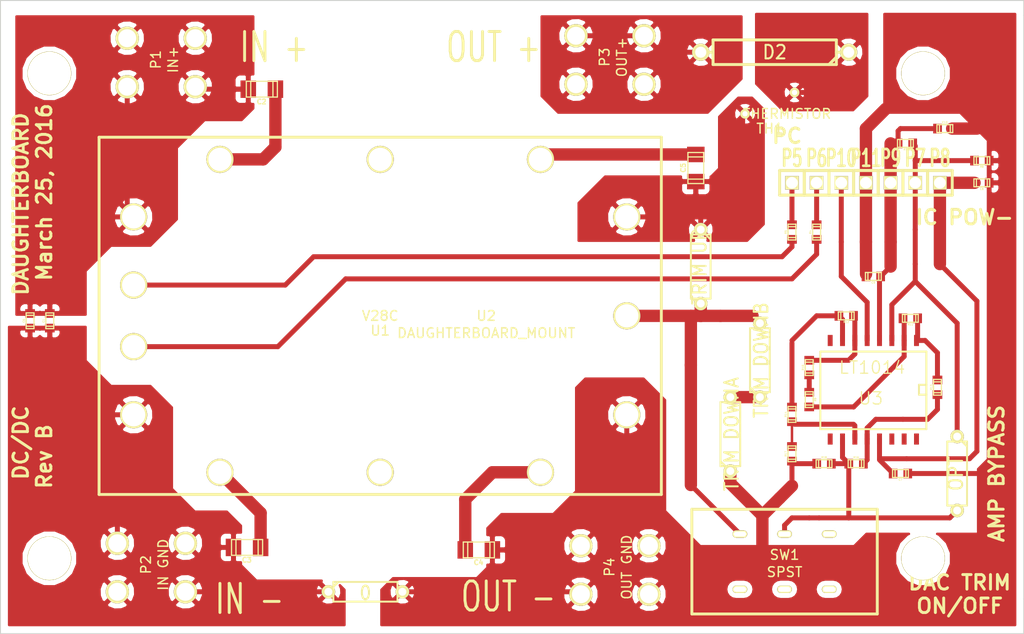
<source format=kicad_pcb>
(kicad_pcb (version 3) (host pcbnew "(2013-07-07 BZR 4022)-stable")

  (general
    (links 79)
    (no_connects 0)
    (area 150.317999 108.661999 255.828001 174.040001)
    (thickness 1.6)
    (drawings 17)
    (tracks 190)
    (zones 0)
    (modules 45)
    (nets 29)
  )

  (page A3)
  (layers
    (15 F.Cu signal)
    (0 B.Cu signal)
    (16 B.Adhes user)
    (17 F.Adhes user)
    (18 B.Paste user)
    (19 F.Paste user)
    (20 B.SilkS user)
    (21 F.SilkS user)
    (22 B.Mask user)
    (23 F.Mask user)
    (24 Dwgs.User user)
    (25 Cmts.User user)
    (26 Eco1.User user)
    (27 Eco2.User user)
    (28 Edge.Cuts user)
  )

  (setup
    (last_trace_width 0.254)
    (trace_clearance 0.254)
    (zone_clearance 0.508)
    (zone_45_only yes)
    (trace_min 0.254)
    (segment_width 0.2)
    (edge_width 0.1)
    (via_size 0.889)
    (via_drill 0.635)
    (via_min_size 0.889)
    (via_min_drill 0.508)
    (uvia_size 0.508)
    (uvia_drill 0.127)
    (uvias_allowed no)
    (uvia_min_size 0.508)
    (uvia_min_drill 0.127)
    (pcb_text_width 0.3)
    (pcb_text_size 1.5 1.5)
    (mod_edge_width 0.3)
    (mod_text_size 1 1)
    (mod_text_width 0.15)
    (pad_size 1.52 0.762)
    (pad_drill 1.27)
    (pad_to_mask_clearance 0)
    (aux_axis_origin 0 0)
    (visible_elements 7FFFFFFF)
    (pcbplotparams
      (layerselection 3178497)
      (usegerberextensions true)
      (excludeedgelayer true)
      (linewidth 0.150000)
      (plotframeref false)
      (viasonmask false)
      (mode 1)
      (useauxorigin false)
      (hpglpennumber 1)
      (hpglpenspeed 20)
      (hpglpendiameter 15)
      (hpglpenoverlay 2)
      (psnegative false)
      (psa4output false)
      (plotreference true)
      (plotvalue true)
      (plotothertext true)
      (plotinvisibletext false)
      (padsonsilk false)
      (subtractmaskfromsilk false)
      (outputformat 1)
      (mirror false)
      (drillshape 1)
      (scaleselection 1)
      (outputdirectory ""))
  )

  (net 0 "")
  (net 1 GND)
  (net 2 GNDA)
  (net 3 IC_POW+)
  (net 4 IC_POW-)
  (net 5 N-000001)
  (net 6 N-0000011)
  (net 7 N-0000014)
  (net 8 N-0000015)
  (net 9 N-0000017)
  (net 10 N-0000018)
  (net 11 N-0000019)
  (net 12 N-000002)
  (net 13 N-0000020)
  (net 14 N-0000021)
  (net 15 N-0000022)
  (net 16 N-0000024)
  (net 17 N-0000025)
  (net 18 N-0000026)
  (net 19 N-0000027)
  (net 20 N-0000028)
  (net 21 N-0000029)
  (net 22 N-000003)
  (net 23 N-0000030)
  (net 24 N-000004)
  (net 25 N-000006)
  (net 26 N-000007)
  (net 27 N-000008)
  (net 28 N-000009)

  (net_class Default "This is the default net class."
    (clearance 0.254)
    (trace_width 0.254)
    (via_dia 0.889)
    (via_drill 0.635)
    (uvia_dia 0.508)
    (uvia_drill 0.127)
    (add_net "")
    (add_net GND)
    (add_net GNDA)
    (add_net IC_POW-)
    (add_net N-000001)
    (add_net N-0000011)
    (add_net N-0000014)
    (add_net N-0000015)
    (add_net N-0000017)
    (add_net N-0000018)
    (add_net N-000002)
    (add_net N-0000020)
    (add_net N-0000021)
    (add_net N-0000022)
    (add_net N-0000024)
    (add_net N-0000025)
    (add_net N-0000026)
    (add_net N-0000027)
    (add_net N-0000028)
    (add_net N-0000029)
    (add_net N-000003)
    (add_net N-0000030)
    (add_net N-000004)
    (add_net N-000006)
    (add_net N-000007)
    (add_net N-000008)
    (add_net N-000009)
  )

  (net_class Power ""
    (clearance 0.254)
    (trace_width 3.81)
    (via_dia 0.889)
    (via_drill 0.635)
    (uvia_dia 0.508)
    (uvia_drill 0.127)
  )

  (net_class Thinpower ""
    (clearance 0.254)
    (trace_width 1.27)
    (via_dia 0.889)
    (via_drill 0.635)
    (uvia_dia 0.508)
    (uvia_drill 0.127)
    (add_net N-0000019)
  )

  (net_class signal ""
    (clearance 0.254)
    (trace_width 0.512)
    (via_dia 0.889)
    (via_drill 0.635)
    (uvia_dia 0.508)
    (uvia_drill 0.127)
    (add_net IC_POW+)
  )

  (module SCREW_TERMINAL_7691 (layer F.Cu) (tedit 5368962A) (tstamp 538D7127)
    (at 216.662 117.348 90)
    (path /53617947)
    (fp_text reference P3 (at 2.794 -4.064 90) (layer F.SilkS)
      (effects (font (size 1 1) (thickness 0.15)))
    )
    (fp_text value OUT+ (at 2.794 -2.286 90) (layer F.SilkS)
      (effects (font (size 1 1) (thickness 0.15)))
    )
    (pad 1 thru_hole circle (at 0 0 90) (size 2.4 2.4) (drill 1.85)
      (layers *.Cu *.Mask F.SilkS)
      (net 14 N-0000021)
    )
    (pad 1 thru_hole circle (at 5 0 90) (size 2.4 2.4) (drill 1.85)
      (layers *.Cu *.Mask F.SilkS)
      (net 14 N-0000021)
    )
    (pad 1 thru_hole circle (at 5 -7.01 90) (size 2.4 2.4) (drill 1.85)
      (layers *.Cu *.Mask F.SilkS)
      (net 14 N-0000021)
    )
    (pad 1 thru_hole circle (at 0 -7.01 90) (size 2.4 2.4) (drill 1.85)
      (layers *.Cu *.Mask F.SilkS)
      (net 14 N-0000021)
    )
  )

  (module SCREW_TERMINAL_7691 (layer F.Cu) (tedit 5368962A) (tstamp 538D712F)
    (at 217.17 169.926 90)
    (path /53617956)
    (fp_text reference P4 (at 2.794 -4.064 90) (layer F.SilkS)
      (effects (font (size 1 1) (thickness 0.15)))
    )
    (fp_text value "OUT GND" (at 2.794 -2.286 90) (layer F.SilkS)
      (effects (font (size 1 1) (thickness 0.15)))
    )
    (pad 1 thru_hole circle (at 0 0 90) (size 2.4 2.4) (drill 1.85)
      (layers *.Cu *.Mask F.SilkS)
      (net 1 GND)
    )
    (pad 1 thru_hole circle (at 5 0 90) (size 2.4 2.4) (drill 1.85)
      (layers *.Cu *.Mask F.SilkS)
      (net 1 GND)
    )
    (pad 1 thru_hole circle (at 5 -7.01 90) (size 2.4 2.4) (drill 1.85)
      (layers *.Cu *.Mask F.SilkS)
      (net 1 GND)
    )
    (pad 1 thru_hole circle (at 0 -7.01 90) (size 2.4 2.4) (drill 1.85)
      (layers *.Cu *.Mask F.SilkS)
      (net 1 GND)
    )
  )

  (module SCREW_TERMINAL_7691 (layer F.Cu) (tedit 5368962A) (tstamp 538D7137)
    (at 170.434 117.602 90)
    (path /53617965)
    (fp_text reference P1 (at 2.794 -4.064 90) (layer F.SilkS)
      (effects (font (size 1 1) (thickness 0.15)))
    )
    (fp_text value IN+ (at 2.794 -2.286 90) (layer F.SilkS)
      (effects (font (size 1 1) (thickness 0.15)))
    )
    (pad 1 thru_hole circle (at 0 0 90) (size 2.4 2.4) (drill 1.85)
      (layers *.Cu *.Mask F.SilkS)
      (net 23 N-0000030)
    )
    (pad 1 thru_hole circle (at 5 0 90) (size 2.4 2.4) (drill 1.85)
      (layers *.Cu *.Mask F.SilkS)
      (net 23 N-0000030)
    )
    (pad 1 thru_hole circle (at 5 -7.01 90) (size 2.4 2.4) (drill 1.85)
      (layers *.Cu *.Mask F.SilkS)
      (net 23 N-0000030)
    )
    (pad 1 thru_hole circle (at 0 -7.01 90) (size 2.4 2.4) (drill 1.85)
      (layers *.Cu *.Mask F.SilkS)
      (net 23 N-0000030)
    )
  )

  (module SCREW_TERMINAL_7691 (layer F.Cu) (tedit 5368962A) (tstamp 538D713F)
    (at 169.418 169.672 90)
    (path /53617974)
    (fp_text reference P2 (at 2.794 -4.064 90) (layer F.SilkS)
      (effects (font (size 1 1) (thickness 0.15)))
    )
    (fp_text value "IN GND" (at 2.794 -2.286 90) (layer F.SilkS)
      (effects (font (size 1 1) (thickness 0.15)))
    )
    (pad 1 thru_hole circle (at 0 0 90) (size 2.4 2.4) (drill 1.85)
      (layers *.Cu *.Mask F.SilkS)
      (net 2 GNDA)
    )
    (pad 1 thru_hole circle (at 5 0 90) (size 2.4 2.4) (drill 1.85)
      (layers *.Cu *.Mask F.SilkS)
      (net 2 GNDA)
    )
    (pad 1 thru_hole circle (at 5 -7.01 90) (size 2.4 2.4) (drill 1.85)
      (layers *.Cu *.Mask F.SilkS)
      (net 2 GNDA)
    )
    (pad 1 thru_hole circle (at 0 -7.01 90) (size 2.4 2.4) (drill 1.85)
      (layers *.Cu *.Mask F.SilkS)
      (net 2 GNDA)
    )
  )

  (module V28C (layer F.Cu) (tedit 5684257F) (tstamp 56842761)
    (at 189.484 141.224)
    (path /53620847)
    (fp_text reference U1 (at 0 1.524) (layer F.SilkS)
      (effects (font (size 1 1) (thickness 0.15)))
    )
    (fp_text value V28C (at 0 0) (layer F.SilkS)
      (effects (font (size 1 1) (thickness 0.15)))
    )
    (fp_line (start 28.96 18.415) (end -28.96 18.415) (layer F.SilkS) (width 0.3))
    (fp_line (start 28.96 -18.415) (end -28.96 -18.415) (layer F.SilkS) (width 0.3))
    (fp_line (start -28.96 18.415) (end -28.96 -18.415) (layer F.SilkS) (width 0.3))
    (fp_line (start 28.96 18.415) (end 28.96 -18.415) (layer F.SilkS) (width 0.3))
    (pad 5 thru_hole circle (at 25.4 10.2) (size 2.8 2.8) (drill 2.4)
      (layers *.Cu *.Mask F.SilkS)
      (net 1 GND)
    )
    (pad 6 thru_hole circle (at 25.4 0) (size 2.8 2.8) (drill 2.4)
      (layers *.Cu *.Mask F.SilkS)
      (net 9 N-0000017)
    )
    (pad 7 thru_hole circle (at 25.4 -10.2) (size 2.8 2.8) (drill 2.4)
      (layers *.Cu *.Mask F.SilkS)
      (net 13 N-0000020)
    )
    (pad 4 thru_hole circle (at -25.4 10.2) (size 2.8 2.8) (drill 2.4)
      (layers *.Cu *.Mask F.SilkS)
      (net 2 GNDA)
    )
    (pad 3 thru_hole circle (at -25.4 3.175) (size 2.8 2.8) (drill 2.4)
      (layers *.Cu *.Mask F.SilkS)
      (net 21 N-0000029)
    )
    (pad 2 thru_hole circle (at -25.4 -3.175) (size 2.8 2.8) (drill 2.4)
      (layers *.Cu *.Mask F.SilkS)
      (net 16 N-0000024)
    )
    (pad 1 thru_hole circle (at -25.4 -10.2) (size 2.8 2.8) (drill 2.4)
      (layers *.Cu *.Mask F.SilkS)
      (net 23 N-0000030)
    )
    (pad 11 thru_hole circle (at -16.51 16.13) (size 2.8 2.8) (drill 2.4)
      (layers *.Cu *.Mask F.SilkS)
      (net 10 N-0000018)
    )
    (pad 12 thru_hole circle (at 0 16.13) (size 2.8 2.8) (drill 2.4)
      (layers *.Cu *.Mask F.SilkS)
    )
    (pad 13 thru_hole circle (at 16.51 16.13) (size 2.8 2.8) (drill 2.4)
      (layers *.Cu *.Mask F.SilkS)
      (net 7 N-0000014)
    )
    (pad 8 thru_hole circle (at -16.51 -16.13) (size 2.8 2.8) (drill 2.4)
      (layers *.Cu *.Mask F.SilkS)
      (net 11 N-0000019)
    )
    (pad 9 thru_hole circle (at 0 -16.13) (size 2.8 2.8) (drill 2.4)
      (layers *.Cu *.Mask F.SilkS)
    )
    (pad 10 thru_hole circle (at 16.51 -16.13) (size 2.8 2.8) (drill 2.4)
      (layers *.Cu *.Mask F.SilkS)
      (net 8 N-0000015)
    )
  )

  (module Ametherm_SL10 (layer F.Cu) (tedit 56860F15) (tstamp 568618A2)
    (at 229.616 120.396)
    (path /56837A73)
    (fp_text reference TH1 (at 0 1.524) (layer F.SilkS)
      (effects (font (size 1 1) (thickness 0.15)))
    )
    (fp_text value THERMISTOR (at 1.778 0) (layer F.SilkS)
      (effects (font (size 1 1) (thickness 0.15)))
    )
    (pad 1 thru_hole circle (at -2.55 0) (size 1 1) (drill 0.55)
      (layers *.Cu *.Mask F.SilkS)
      (net 13 N-0000020)
    )
    (pad 2 thru_hole circle (at 2.55 -2.2) (size 1 1) (drill 0.55)
      (layers *.Cu *.Mask F.SilkS)
      (net 18 N-0000026)
    )
  )

  (module MOLEX-1 (layer F.Cu) (tedit 538ADB0C) (tstamp 5688C092)
    (at 231.902 127.508)
    (descr "Connecteurs 1 pin")
    (tags "CONN DEV")
    (path /5688B89D)
    (fp_text reference P5 (at 0 -2.54) (layer F.SilkS)
      (effects (font (size 1.72974 1.08712) (thickness 0.27178)))
    )
    (fp_text value PC (at 0 -2.54) (layer F.SilkS) hide
      (effects (font (size 1.524 1.016) (thickness 0.254)))
    )
    (fp_line (start -1.27 1.27) (end 1.27 1.27) (layer F.SilkS) (width 0.3175))
    (fp_line (start -1.27 -1.27) (end 1.27 -1.27) (layer F.SilkS) (width 0.3175))
    (fp_line (start -1.27 1.27) (end -1.27 -1.27) (layer F.SilkS) (width 0.3048))
    (fp_line (start 1.27 -1.27) (end 1.27 1.27) (layer F.SilkS) (width 0.3048))
    (pad 1 thru_hole rect (at 0 0) (size 1.397 1.397) (drill 1.2)
      (layers *.Cu *.Mask F.SilkS)
      (net 19 N-0000027)
    )
  )

  (module MOLEX-1 (layer F.Cu) (tedit 538ADB0C) (tstamp 5688C09B)
    (at 234.442 127.508)
    (descr "Connecteurs 1 pin")
    (tags "CONN DEV")
    (path /5688B8B5)
    (fp_text reference P6 (at 0 -2.54) (layer F.SilkS)
      (effects (font (size 1.72974 1.08712) (thickness 0.27178)))
    )
    (fp_text value PR (at 0 -2.54) (layer F.SilkS) hide
      (effects (font (size 1.524 1.016) (thickness 0.254)))
    )
    (fp_line (start -1.27 1.27) (end 1.27 1.27) (layer F.SilkS) (width 0.3175))
    (fp_line (start -1.27 -1.27) (end 1.27 -1.27) (layer F.SilkS) (width 0.3175))
    (fp_line (start -1.27 1.27) (end -1.27 -1.27) (layer F.SilkS) (width 0.3048))
    (fp_line (start 1.27 -1.27) (end 1.27 1.27) (layer F.SilkS) (width 0.3048))
    (pad 1 thru_hole rect (at 0 0) (size 1.397 1.397) (drill 1.2)
      (layers *.Cu *.Mask F.SilkS)
      (net 20 N-0000028)
    )
  )

  (module MOLEX-1 (layer F.Cu) (tedit 538ADB0C) (tstamp 5688C0A4)
    (at 244.602 127.508)
    (descr "Connecteurs 1 pin")
    (tags "CONN DEV")
    (path /5688B8CA)
    (fp_text reference P7 (at 0 -2.54) (layer F.SilkS)
      (effects (font (size 1.72974 1.08712) (thickness 0.27178)))
    )
    (fp_text value SC+ (at 0 -2.54) (layer F.SilkS) hide
      (effects (font (size 1.524 1.016) (thickness 0.254)))
    )
    (fp_line (start -1.27 1.27) (end 1.27 1.27) (layer F.SilkS) (width 0.3175))
    (fp_line (start -1.27 -1.27) (end 1.27 -1.27) (layer F.SilkS) (width 0.3175))
    (fp_line (start -1.27 1.27) (end -1.27 -1.27) (layer F.SilkS) (width 0.3048))
    (fp_line (start 1.27 -1.27) (end 1.27 1.27) (layer F.SilkS) (width 0.3048))
    (pad 1 thru_hole rect (at 0 0) (size 1.397 1.397) (drill 1.2)
      (layers *.Cu *.Mask F.SilkS)
      (net 25 N-000006)
    )
  )

  (module c_0603 (layer F.Cu) (tedit 490472AA) (tstamp 5688C0B0)
    (at 231.902 132.588 90)
    (descr "SMT capacitor, 0603")
    (path /5688BA02)
    (fp_text reference R5 (at 0 -0.635 90) (layer F.SilkS)
      (effects (font (size 0.20066 0.20066) (thickness 0.04064)))
    )
    (fp_text value 0 (at 0 0.635 90) (layer F.SilkS) hide
      (effects (font (size 0.20066 0.20066) (thickness 0.04064)))
    )
    (fp_line (start 0.5588 0.4064) (end 0.5588 -0.4064) (layer F.SilkS) (width 0.127))
    (fp_line (start -0.5588 -0.381) (end -0.5588 0.4064) (layer F.SilkS) (width 0.127))
    (fp_line (start -0.8128 -0.4064) (end 0.8128 -0.4064) (layer F.SilkS) (width 0.127))
    (fp_line (start 0.8128 -0.4064) (end 0.8128 0.4064) (layer F.SilkS) (width 0.127))
    (fp_line (start 0.8128 0.4064) (end -0.8128 0.4064) (layer F.SilkS) (width 0.127))
    (fp_line (start -0.8128 0.4064) (end -0.8128 -0.4064) (layer F.SilkS) (width 0.127))
    (pad 1 smd rect (at 0.75184 0 90) (size 0.89916 1.00076)
      (layers F.Cu F.Paste F.Mask)
      (net 19 N-0000027)
    )
    (pad 2 smd rect (at -0.75184 0 90) (size 0.89916 1.00076)
      (layers F.Cu F.Paste F.Mask)
      (net 16 N-0000024)
    )
    (model smd/capacitors/c_0603.wrl
      (at (xyz 0 0 0))
      (scale (xyz 1 1 1))
      (rotate (xyz 0 0 0))
    )
  )

  (module c_0603 (layer F.Cu) (tedit 490472AA) (tstamp 5688C0BC)
    (at 234.442 132.588 90)
    (descr "SMT capacitor, 0603")
    (path /5688BA11)
    (fp_text reference R4 (at 0 -0.635 90) (layer F.SilkS)
      (effects (font (size 0.20066 0.20066) (thickness 0.04064)))
    )
    (fp_text value 0 (at 0 0.635 90) (layer F.SilkS) hide
      (effects (font (size 0.20066 0.20066) (thickness 0.04064)))
    )
    (fp_line (start 0.5588 0.4064) (end 0.5588 -0.4064) (layer F.SilkS) (width 0.127))
    (fp_line (start -0.5588 -0.381) (end -0.5588 0.4064) (layer F.SilkS) (width 0.127))
    (fp_line (start -0.8128 -0.4064) (end 0.8128 -0.4064) (layer F.SilkS) (width 0.127))
    (fp_line (start 0.8128 -0.4064) (end 0.8128 0.4064) (layer F.SilkS) (width 0.127))
    (fp_line (start 0.8128 0.4064) (end -0.8128 0.4064) (layer F.SilkS) (width 0.127))
    (fp_line (start -0.8128 0.4064) (end -0.8128 -0.4064) (layer F.SilkS) (width 0.127))
    (pad 1 smd rect (at 0.75184 0 90) (size 0.89916 1.00076)
      (layers F.Cu F.Paste F.Mask)
      (net 20 N-0000028)
    )
    (pad 2 smd rect (at -0.75184 0 90) (size 0.89916 1.00076)
      (layers F.Cu F.Paste F.Mask)
      (net 21 N-0000029)
    )
    (model smd/capacitors/c_0603.wrl
      (at (xyz 0 0 0))
      (scale (xyz 1 1 1))
      (rotate (xyz 0 0 0))
    )
  )

  (module c_1206 (layer F.Cu) (tedit 490473F0) (tstamp 568A2D6C)
    (at 175.768 165.1 180)
    (descr "SMT capacitor, 1206")
    (path /5361DD75)
    (fp_text reference C3 (at 0.0254 -1.2954 180) (layer F.SilkS)
      (effects (font (size 0.50038 0.50038) (thickness 0.11938)))
    )
    (fp_text value 4.7n (at 0 1.27 180) (layer F.SilkS) hide
      (effects (font (size 0.50038 0.50038) (thickness 0.11938)))
    )
    (fp_line (start 1.143 0.8128) (end 1.143 -0.8128) (layer F.SilkS) (width 0.127))
    (fp_line (start -1.143 -0.8128) (end -1.143 0.8128) (layer F.SilkS) (width 0.127))
    (fp_line (start -1.6002 -0.8128) (end -1.6002 0.8128) (layer F.SilkS) (width 0.127))
    (fp_line (start -1.6002 0.8128) (end 1.6002 0.8128) (layer F.SilkS) (width 0.127))
    (fp_line (start 1.6002 0.8128) (end 1.6002 -0.8128) (layer F.SilkS) (width 0.127))
    (fp_line (start 1.6002 -0.8128) (end -1.6002 -0.8128) (layer F.SilkS) (width 0.127))
    (pad 1 smd rect (at 1.397 0 180) (size 1.6002 1.8034)
      (layers F.Cu F.Paste F.Mask)
      (net 2 GNDA)
    )
    (pad 2 smd rect (at -1.397 0 180) (size 1.6002 1.8034)
      (layers F.Cu F.Paste F.Mask)
      (net 10 N-0000018)
    )
    (model smd/capacitors/c_1206.wrl
      (at (xyz 0 0 0))
      (scale (xyz 1 1 1))
      (rotate (xyz 0 0 0))
    )
  )

  (module c_1206 (layer F.Cu) (tedit 490473F0) (tstamp 568A2D78)
    (at 177.292 117.856 180)
    (descr "SMT capacitor, 1206")
    (path /5361DD84)
    (fp_text reference C2 (at 0.0254 -1.2954 180) (layer F.SilkS)
      (effects (font (size 0.50038 0.50038) (thickness 0.11938)))
    )
    (fp_text value 4.7n (at 0 1.27 180) (layer F.SilkS) hide
      (effects (font (size 0.50038 0.50038) (thickness 0.11938)))
    )
    (fp_line (start 1.143 0.8128) (end 1.143 -0.8128) (layer F.SilkS) (width 0.127))
    (fp_line (start -1.143 -0.8128) (end -1.143 0.8128) (layer F.SilkS) (width 0.127))
    (fp_line (start -1.6002 -0.8128) (end -1.6002 0.8128) (layer F.SilkS) (width 0.127))
    (fp_line (start -1.6002 0.8128) (end 1.6002 0.8128) (layer F.SilkS) (width 0.127))
    (fp_line (start 1.6002 0.8128) (end 1.6002 -0.8128) (layer F.SilkS) (width 0.127))
    (fp_line (start 1.6002 -0.8128) (end -1.6002 -0.8128) (layer F.SilkS) (width 0.127))
    (pad 1 smd rect (at 1.397 0 180) (size 1.6002 1.8034)
      (layers F.Cu F.Paste F.Mask)
      (net 23 N-0000030)
    )
    (pad 2 smd rect (at -1.397 0 180) (size 1.6002 1.8034)
      (layers F.Cu F.Paste F.Mask)
      (net 11 N-0000019)
    )
    (model smd/capacitors/c_1206.wrl
      (at (xyz 0 0 0))
      (scale (xyz 1 1 1))
      (rotate (xyz 0 0 0))
    )
  )

  (module c_1206 (layer F.Cu) (tedit 490473F0) (tstamp 568A2D84)
    (at 221.996 125.984 90)
    (descr "SMT capacitor, 1206")
    (path /5361DD93)
    (fp_text reference C5 (at 0.0254 -1.2954 90) (layer F.SilkS)
      (effects (font (size 0.50038 0.50038) (thickness 0.11938)))
    )
    (fp_text value 4.7n (at 0 1.27 90) (layer F.SilkS) hide
      (effects (font (size 0.50038 0.50038) (thickness 0.11938)))
    )
    (fp_line (start 1.143 0.8128) (end 1.143 -0.8128) (layer F.SilkS) (width 0.127))
    (fp_line (start -1.143 -0.8128) (end -1.143 0.8128) (layer F.SilkS) (width 0.127))
    (fp_line (start -1.6002 -0.8128) (end -1.6002 0.8128) (layer F.SilkS) (width 0.127))
    (fp_line (start -1.6002 0.8128) (end 1.6002 0.8128) (layer F.SilkS) (width 0.127))
    (fp_line (start 1.6002 0.8128) (end 1.6002 -0.8128) (layer F.SilkS) (width 0.127))
    (fp_line (start 1.6002 -0.8128) (end -1.6002 -0.8128) (layer F.SilkS) (width 0.127))
    (pad 1 smd rect (at 1.397 0 90) (size 1.6002 1.8034)
      (layers F.Cu F.Paste F.Mask)
      (net 8 N-0000015)
    )
    (pad 2 smd rect (at -1.397 0 90) (size 1.6002 1.8034)
      (layers F.Cu F.Paste F.Mask)
      (net 13 N-0000020)
    )
    (model smd/capacitors/c_1206.wrl
      (at (xyz 0 0 0))
      (scale (xyz 1 1 1))
      (rotate (xyz 0 0 0))
    )
  )

  (module c_1206 (layer F.Cu) (tedit 490473F0) (tstamp 568A2D90)
    (at 199.644 165.354 180)
    (descr "SMT capacitor, 1206")
    (path /5361DDA2)
    (fp_text reference C4 (at 0.0254 -1.2954 180) (layer F.SilkS)
      (effects (font (size 0.50038 0.50038) (thickness 0.11938)))
    )
    (fp_text value 4.7n (at 0 1.27 180) (layer F.SilkS) hide
      (effects (font (size 0.50038 0.50038) (thickness 0.11938)))
    )
    (fp_line (start 1.143 0.8128) (end 1.143 -0.8128) (layer F.SilkS) (width 0.127))
    (fp_line (start -1.143 -0.8128) (end -1.143 0.8128) (layer F.SilkS) (width 0.127))
    (fp_line (start -1.6002 -0.8128) (end -1.6002 0.8128) (layer F.SilkS) (width 0.127))
    (fp_line (start -1.6002 0.8128) (end 1.6002 0.8128) (layer F.SilkS) (width 0.127))
    (fp_line (start 1.6002 0.8128) (end 1.6002 -0.8128) (layer F.SilkS) (width 0.127))
    (fp_line (start 1.6002 -0.8128) (end -1.6002 -0.8128) (layer F.SilkS) (width 0.127))
    (pad 1 smd rect (at 1.397 0 180) (size 1.6002 1.8034)
      (layers F.Cu F.Paste F.Mask)
      (net 7 N-0000014)
    )
    (pad 2 smd rect (at -1.397 0 180) (size 1.6002 1.8034)
      (layers F.Cu F.Paste F.Mask)
      (net 1 GND)
    )
    (model smd/capacitors/c_1206.wrl
      (at (xyz 0 0 0))
      (scale (xyz 1 1 1))
      (rotate (xyz 0 0 0))
    )
  )

  (module c_0603 (layer F.Cu) (tedit 490472AA) (tstamp 568A2D9C)
    (at 155.448 141.732 90)
    (descr "SMT capacitor, 0603")
    (path /53617EFE)
    (fp_text reference C1 (at 0 -0.635 90) (layer F.SilkS)
      (effects (font (size 0.20066 0.20066) (thickness 0.04064)))
    )
    (fp_text value .1u (at 0 0.635 90) (layer F.SilkS) hide
      (effects (font (size 0.20066 0.20066) (thickness 0.04064)))
    )
    (fp_line (start 0.5588 0.4064) (end 0.5588 -0.4064) (layer F.SilkS) (width 0.127))
    (fp_line (start -0.5588 -0.381) (end -0.5588 0.4064) (layer F.SilkS) (width 0.127))
    (fp_line (start -0.8128 -0.4064) (end 0.8128 -0.4064) (layer F.SilkS) (width 0.127))
    (fp_line (start 0.8128 -0.4064) (end 0.8128 0.4064) (layer F.SilkS) (width 0.127))
    (fp_line (start 0.8128 0.4064) (end -0.8128 0.4064) (layer F.SilkS) (width 0.127))
    (fp_line (start -0.8128 0.4064) (end -0.8128 -0.4064) (layer F.SilkS) (width 0.127))
    (pad 1 smd rect (at 0.75184 0 90) (size 0.89916 1.00076)
      (layers F.Cu F.Paste F.Mask)
      (net 23 N-0000030)
    )
    (pad 2 smd rect (at -0.75184 0 90) (size 0.89916 1.00076)
      (layers F.Cu F.Paste F.Mask)
      (net 2 GNDA)
    )
    (model smd/capacitors/c_0603.wrl
      (at (xyz 0 0 0))
      (scale (xyz 1 1 1))
      (rotate (xyz 0 0 0))
    )
  )

  (module c_0603 (layer F.Cu) (tedit 490472AA) (tstamp 568A2DA8)
    (at 153.416 141.732 90)
    (descr "SMT capacitor, 0603")
    (path /568A29C9)
    (fp_text reference C6 (at 0 -0.635 90) (layer F.SilkS)
      (effects (font (size 0.20066 0.20066) (thickness 0.04064)))
    )
    (fp_text value .1u (at 0 0.635 90) (layer F.SilkS) hide
      (effects (font (size 0.20066 0.20066) (thickness 0.04064)))
    )
    (fp_line (start 0.5588 0.4064) (end 0.5588 -0.4064) (layer F.SilkS) (width 0.127))
    (fp_line (start -0.5588 -0.381) (end -0.5588 0.4064) (layer F.SilkS) (width 0.127))
    (fp_line (start -0.8128 -0.4064) (end 0.8128 -0.4064) (layer F.SilkS) (width 0.127))
    (fp_line (start 0.8128 -0.4064) (end 0.8128 0.4064) (layer F.SilkS) (width 0.127))
    (fp_line (start 0.8128 0.4064) (end -0.8128 0.4064) (layer F.SilkS) (width 0.127))
    (fp_line (start -0.8128 0.4064) (end -0.8128 -0.4064) (layer F.SilkS) (width 0.127))
    (pad 1 smd rect (at 0.75184 0 90) (size 0.89916 1.00076)
      (layers F.Cu F.Paste F.Mask)
      (net 23 N-0000030)
    )
    (pad 2 smd rect (at -0.75184 0 90) (size 0.89916 1.00076)
      (layers F.Cu F.Paste F.Mask)
      (net 2 GNDA)
    )
    (model smd/capacitors/c_0603.wrl
      (at (xyz 0 0 0))
      (scale (xyz 1 1 1))
      (rotate (xyz 0 0 0))
    )
  )

  (module SO16W (layer F.Cu) (tedit 4280704F) (tstamp 56ECFF20)
    (at 240.284 148.844 180)
    (descr "Module CMS SOJ 16 pins tres large")
    (tags "CMS SOJ")
    (path /56EC7CC5)
    (attr smd)
    (fp_text reference U3 (at 0.254 -0.889 180) (layer F.SilkS)
      (effects (font (size 1.27 1.27) (thickness 0.127)))
    )
    (fp_text value LT1014 (at 0.127 2.286 180) (layer F.SilkS)
      (effects (font (size 1.27 1.27) (thickness 0.127)))
    )
    (fp_line (start -5.461 3.937) (end -5.461 -4.064) (layer F.SilkS) (width 0.2032))
    (fp_line (start 5.461 -4.064) (end 5.461 3.937) (layer F.SilkS) (width 0.2032))
    (fp_line (start -5.461 -4.064) (end 5.461 -4.064) (layer F.SilkS) (width 0.2032))
    (fp_line (start 5.461 3.937) (end -5.461 3.937) (layer F.SilkS) (width 0.2032))
    (fp_line (start -5.461 -0.508) (end -4.699 -0.508) (layer F.SilkS) (width 0.2032))
    (fp_line (start -4.699 -0.508) (end -4.699 0.508) (layer F.SilkS) (width 0.2032))
    (fp_line (start -4.699 0.508) (end -5.461 0.508) (layer F.SilkS) (width 0.2032))
    (pad 1 smd rect (at -4.445 5.08 180) (size 0.508 1.143)
      (layers F.Cu F.Paste F.Mask)
      (net 27 N-000008)
    )
    (pad 2 smd rect (at -3.175 5.08 180) (size 0.508 1.143)
      (layers F.Cu F.Paste F.Mask)
      (net 28 N-000009)
    )
    (pad 3 smd rect (at -1.905 5.08 180) (size 0.508 1.143)
      (layers F.Cu F.Paste F.Mask)
      (net 25 N-000006)
    )
    (pad 4 smd rect (at -0.635 5.08 180) (size 0.508 1.143)
      (layers F.Cu F.Paste F.Mask)
      (net 3 IC_POW+)
    )
    (pad 5 smd rect (at 0.635 5.08 180) (size 0.508 1.143)
      (layers F.Cu F.Paste F.Mask)
      (net 6 N-0000011)
    )
    (pad 6 smd rect (at 1.905 5.08 180) (size 0.508 1.143)
      (layers F.Cu F.Paste F.Mask)
      (net 12 N-000002)
    )
    (pad 7 smd rect (at 3.175 5.08 180) (size 0.508 1.143)
      (layers F.Cu F.Paste F.Mask)
      (net 22 N-000003)
    )
    (pad 8 smd rect (at 4.445 5.08 180) (size 0.508 1.143)
      (layers F.Cu F.Paste F.Mask)
    )
    (pad 9 smd rect (at 4.445 -5.08 180) (size 0.508 1.143)
      (layers F.Cu F.Paste F.Mask)
    )
    (pad 10 smd rect (at 3.175 -5.08 180) (size 0.508 1.143)
      (layers F.Cu F.Paste F.Mask)
      (net 15 N-0000022)
    )
    (pad 11 smd rect (at 1.905 -5.08 180) (size 0.508 1.143)
      (layers F.Cu F.Paste F.Mask)
      (net 24 N-000004)
    )
    (pad 12 smd rect (at 0.635 -5.08 180) (size 0.508 1.143)
      (layers F.Cu F.Paste F.Mask)
      (net 26 N-000007)
    )
    (pad 13 smd rect (at -0.635 -5.08 180) (size 0.508 1.143)
      (layers F.Cu F.Paste F.Mask)
      (net 4 IC_POW-)
    )
    (pad 14 smd rect (at -1.905 -5.08 180) (size 0.508 1.143)
      (layers F.Cu F.Paste F.Mask)
    )
    (pad 15 smd rect (at -3.175 -5.08 180) (size 0.508 1.143)
      (layers F.Cu F.Paste F.Mask)
    )
    (pad 16 smd rect (at -4.445 -5.08 180) (size 0.508 1.143)
      (layers F.Cu F.Paste F.Mask)
    )
    (model smd/cms_so16.wrl
      (at (xyz 0 0 0))
      (scale (xyz 0.5 0.6 0.5))
      (rotate (xyz 0 0 0))
    )
  )

  (module MOLEX-1 (layer F.Cu) (tedit 538ADB0C) (tstamp 56ECFF30)
    (at 236.982 127.508)
    (descr "Connecteurs 1 pin")
    (tags "CONN DEV")
    (path /56ECD126)
    (fp_text reference P10 (at 0 -2.54) (layer F.SilkS)
      (effects (font (size 1.72974 1.08712) (thickness 0.27178)))
    )
    (fp_text value SC- (at 0 -2.54) (layer F.SilkS) hide
      (effects (font (size 1.524 1.016) (thickness 0.254)))
    )
    (fp_line (start -1.27 1.27) (end 1.27 1.27) (layer F.SilkS) (width 0.3175))
    (fp_line (start -1.27 -1.27) (end 1.27 -1.27) (layer F.SilkS) (width 0.3175))
    (fp_line (start -1.27 1.27) (end -1.27 -1.27) (layer F.SilkS) (width 0.3048))
    (fp_line (start 1.27 -1.27) (end 1.27 1.27) (layer F.SilkS) (width 0.3048))
    (pad 1 thru_hole rect (at 0 0) (size 1.397 1.397) (drill 1.2)
      (layers *.Cu *.Mask F.SilkS)
      (net 6 N-0000011)
    )
  )

  (module MOLEX-1 (layer F.Cu) (tedit 538ADB0C) (tstamp 56ECFF39)
    (at 247.142 127.508)
    (descr "Connecteurs 1 pin")
    (tags "CONN DEV")
    (path /56ECD998)
    (fp_text reference P8 (at 0 -2.54) (layer F.SilkS)
      (effects (font (size 1.72974 1.08712) (thickness 0.27178)))
    )
    (fp_text value IC_POW- (at 0 -2.54) (layer F.SilkS) hide
      (effects (font (size 1.524 1.016) (thickness 0.254)))
    )
    (fp_line (start -1.27 1.27) (end 1.27 1.27) (layer F.SilkS) (width 0.3175))
    (fp_line (start -1.27 -1.27) (end 1.27 -1.27) (layer F.SilkS) (width 0.3175))
    (fp_line (start -1.27 1.27) (end -1.27 -1.27) (layer F.SilkS) (width 0.3048))
    (fp_line (start 1.27 -1.27) (end 1.27 1.27) (layer F.SilkS) (width 0.3048))
    (pad 1 thru_hole rect (at 0 0) (size 1.397 1.397) (drill 1.2)
      (layers *.Cu *.Mask F.SilkS)
      (net 4 IC_POW-)
    )
  )

  (module MOLEX-1 (layer F.Cu) (tedit 538ADB0C) (tstamp 56ECFF42)
    (at 242.062 127.508)
    (descr "Connecteurs 1 pin")
    (tags "CONN DEV")
    (path /56ECD8F0)
    (fp_text reference P9 (at 0 -2.54) (layer F.SilkS)
      (effects (font (size 1.72974 1.08712) (thickness 0.27178)))
    )
    (fp_text value IC_POW+ (at 0 -2.54) (layer F.SilkS) hide
      (effects (font (size 1.524 1.016) (thickness 0.254)))
    )
    (fp_line (start -1.27 1.27) (end 1.27 1.27) (layer F.SilkS) (width 0.3175))
    (fp_line (start -1.27 -1.27) (end 1.27 -1.27) (layer F.SilkS) (width 0.3175))
    (fp_line (start -1.27 1.27) (end -1.27 -1.27) (layer F.SilkS) (width 0.3048))
    (fp_line (start 1.27 -1.27) (end 1.27 1.27) (layer F.SilkS) (width 0.3048))
    (pad 1 thru_hole rect (at 0 0) (size 1.397 1.397) (drill 1.2)
      (layers *.Cu *.Mask F.SilkS)
      (net 3 IC_POW+)
    )
  )

  (module c_0603 (layer F.Cu) (tedit 490472AA) (tstamp 56ECFF4E)
    (at 246.888 148.59 90)
    (descr "SMT capacitor, 0603")
    (path /56ECB96F)
    (fp_text reference R13 (at 0 -0.635 90) (layer F.SilkS)
      (effects (font (size 0.20066 0.20066) (thickness 0.04064)))
    )
    (fp_text value R (at 0 0.635 90) (layer F.SilkS) hide
      (effects (font (size 0.20066 0.20066) (thickness 0.04064)))
    )
    (fp_line (start 0.5588 0.4064) (end 0.5588 -0.4064) (layer F.SilkS) (width 0.127))
    (fp_line (start -0.5588 -0.381) (end -0.5588 0.4064) (layer F.SilkS) (width 0.127))
    (fp_line (start -0.8128 -0.4064) (end 0.8128 -0.4064) (layer F.SilkS) (width 0.127))
    (fp_line (start 0.8128 -0.4064) (end 0.8128 0.4064) (layer F.SilkS) (width 0.127))
    (fp_line (start 0.8128 0.4064) (end -0.8128 0.4064) (layer F.SilkS) (width 0.127))
    (fp_line (start -0.8128 0.4064) (end -0.8128 -0.4064) (layer F.SilkS) (width 0.127))
    (pad 1 smd rect (at 0.75184 0 90) (size 0.89916 1.00076)
      (layers F.Cu F.Paste F.Mask)
      (net 27 N-000008)
    )
    (pad 2 smd rect (at -0.75184 0 90) (size 0.89916 1.00076)
      (layers F.Cu F.Paste F.Mask)
      (net 26 N-000007)
    )
    (model smd/capacitors/c_0603.wrl
      (at (xyz 0 0 0))
      (scale (xyz 1 1 1))
      (rotate (xyz 0 0 0))
    )
  )

  (module c_0603 (layer F.Cu) (tedit 490472AA) (tstamp 56ECFF5A)
    (at 251.46 125.222 180)
    (descr "SMT capacitor, 0603")
    (path /56ECEB13)
    (fp_text reference R8 (at 0 -0.635 180) (layer F.SilkS)
      (effects (font (size 0.20066 0.20066) (thickness 0.04064)))
    )
    (fp_text value "BIAS B" (at 0 0.635 180) (layer F.SilkS) hide
      (effects (font (size 0.20066 0.20066) (thickness 0.04064)))
    )
    (fp_line (start 0.5588 0.4064) (end 0.5588 -0.4064) (layer F.SilkS) (width 0.127))
    (fp_line (start -0.5588 -0.381) (end -0.5588 0.4064) (layer F.SilkS) (width 0.127))
    (fp_line (start -0.8128 -0.4064) (end 0.8128 -0.4064) (layer F.SilkS) (width 0.127))
    (fp_line (start 0.8128 -0.4064) (end 0.8128 0.4064) (layer F.SilkS) (width 0.127))
    (fp_line (start 0.8128 0.4064) (end -0.8128 0.4064) (layer F.SilkS) (width 0.127))
    (fp_line (start -0.8128 0.4064) (end -0.8128 -0.4064) (layer F.SilkS) (width 0.127))
    (pad 1 smd rect (at 0.75184 0 180) (size 0.89916 1.00076)
      (layers F.Cu F.Paste F.Mask)
      (net 25 N-000006)
    )
    (pad 2 smd rect (at -0.75184 0 180) (size 0.89916 1.00076)
      (layers F.Cu F.Paste F.Mask)
      (net 1 GND)
    )
    (model smd/capacitors/c_0603.wrl
      (at (xyz 0 0 0))
      (scale (xyz 1 1 1))
      (rotate (xyz 0 0 0))
    )
  )

  (module c_0603 (layer F.Cu) (tedit 490472AA) (tstamp 56ECFF66)
    (at 243.586 123.444 180)
    (descr "SMT capacitor, 0603")
    (path /56ECEB06)
    (fp_text reference R7 (at 0 -0.635 180) (layer F.SilkS)
      (effects (font (size 0.20066 0.20066) (thickness 0.04064)))
    )
    (fp_text value "BIAS A" (at 0 0.635 180) (layer F.SilkS) hide
      (effects (font (size 0.20066 0.20066) (thickness 0.04064)))
    )
    (fp_line (start 0.5588 0.4064) (end 0.5588 -0.4064) (layer F.SilkS) (width 0.127))
    (fp_line (start -0.5588 -0.381) (end -0.5588 0.4064) (layer F.SilkS) (width 0.127))
    (fp_line (start -0.8128 -0.4064) (end 0.8128 -0.4064) (layer F.SilkS) (width 0.127))
    (fp_line (start 0.8128 -0.4064) (end 0.8128 0.4064) (layer F.SilkS) (width 0.127))
    (fp_line (start 0.8128 0.4064) (end -0.8128 0.4064) (layer F.SilkS) (width 0.127))
    (fp_line (start -0.8128 0.4064) (end -0.8128 -0.4064) (layer F.SilkS) (width 0.127))
    (pad 1 smd rect (at 0.75184 0 180) (size 0.89916 1.00076)
      (layers F.Cu F.Paste F.Mask)
      (net 3 IC_POW+)
    )
    (pad 2 smd rect (at -0.75184 0 180) (size 0.89916 1.00076)
      (layers F.Cu F.Paste F.Mask)
      (net 25 N-000006)
    )
    (model smd/capacitors/c_0603.wrl
      (at (xyz 0 0 0))
      (scale (xyz 1 1 1))
      (rotate (xyz 0 0 0))
    )
  )

  (module c_0603 (layer F.Cu) (tedit 490472AA) (tstamp 56ECFF72)
    (at 247.65 121.92)
    (descr "SMT capacitor, 0603")
    (path /56ECDD75)
    (fp_text reference C10 (at 0 -0.635) (layer F.SilkS)
      (effects (font (size 0.20066 0.20066) (thickness 0.04064)))
    )
    (fp_text value .1u (at 0 0.635) (layer F.SilkS) hide
      (effects (font (size 0.20066 0.20066) (thickness 0.04064)))
    )
    (fp_line (start 0.5588 0.4064) (end 0.5588 -0.4064) (layer F.SilkS) (width 0.127))
    (fp_line (start -0.5588 -0.381) (end -0.5588 0.4064) (layer F.SilkS) (width 0.127))
    (fp_line (start -0.8128 -0.4064) (end 0.8128 -0.4064) (layer F.SilkS) (width 0.127))
    (fp_line (start 0.8128 -0.4064) (end 0.8128 0.4064) (layer F.SilkS) (width 0.127))
    (fp_line (start 0.8128 0.4064) (end -0.8128 0.4064) (layer F.SilkS) (width 0.127))
    (fp_line (start -0.8128 0.4064) (end -0.8128 -0.4064) (layer F.SilkS) (width 0.127))
    (pad 1 smd rect (at 0.75184 0) (size 0.89916 1.00076)
      (layers F.Cu F.Paste F.Mask)
      (net 1 GND)
    )
    (pad 2 smd rect (at -0.75184 0) (size 0.89916 1.00076)
      (layers F.Cu F.Paste F.Mask)
      (net 3 IC_POW+)
    )
    (model smd/capacitors/c_0603.wrl
      (at (xyz 0 0 0))
      (scale (xyz 1 1 1))
      (rotate (xyz 0 0 0))
    )
  )

  (module c_0603 (layer F.Cu) (tedit 490472AA) (tstamp 56ECFF7E)
    (at 240.284 137.16 180)
    (descr "SMT capacitor, 0603")
    (path /56ECDD6F)
    (fp_text reference C9 (at 0 -0.635 180) (layer F.SilkS)
      (effects (font (size 0.20066 0.20066) (thickness 0.04064)))
    )
    (fp_text value .1u (at 0 0.635 180) (layer F.SilkS) hide
      (effects (font (size 0.20066 0.20066) (thickness 0.04064)))
    )
    (fp_line (start 0.5588 0.4064) (end 0.5588 -0.4064) (layer F.SilkS) (width 0.127))
    (fp_line (start -0.5588 -0.381) (end -0.5588 0.4064) (layer F.SilkS) (width 0.127))
    (fp_line (start -0.8128 -0.4064) (end 0.8128 -0.4064) (layer F.SilkS) (width 0.127))
    (fp_line (start 0.8128 -0.4064) (end 0.8128 0.4064) (layer F.SilkS) (width 0.127))
    (fp_line (start 0.8128 0.4064) (end -0.8128 0.4064) (layer F.SilkS) (width 0.127))
    (fp_line (start -0.8128 0.4064) (end -0.8128 -0.4064) (layer F.SilkS) (width 0.127))
    (pad 1 smd rect (at 0.75184 0 180) (size 0.89916 1.00076)
      (layers F.Cu F.Paste F.Mask)
      (net 1 GND)
    )
    (pad 2 smd rect (at -0.75184 0 180) (size 0.89916 1.00076)
      (layers F.Cu F.Paste F.Mask)
      (net 3 IC_POW+)
    )
    (model smd/capacitors/c_0603.wrl
      (at (xyz 0 0 0))
      (scale (xyz 1 1 1))
      (rotate (xyz 0 0 0))
    )
  )

  (module c_0603 (layer F.Cu) (tedit 490472AA) (tstamp 56ECFF8A)
    (at 251.46 127.508 180)
    (descr "SMT capacitor, 0603")
    (path /56ECDC60)
    (fp_text reference C8 (at 0 -0.635 180) (layer F.SilkS)
      (effects (font (size 0.20066 0.20066) (thickness 0.04064)))
    )
    (fp_text value .1u (at 0 0.635 180) (layer F.SilkS) hide
      (effects (font (size 0.20066 0.20066) (thickness 0.04064)))
    )
    (fp_line (start 0.5588 0.4064) (end 0.5588 -0.4064) (layer F.SilkS) (width 0.127))
    (fp_line (start -0.5588 -0.381) (end -0.5588 0.4064) (layer F.SilkS) (width 0.127))
    (fp_line (start -0.8128 -0.4064) (end 0.8128 -0.4064) (layer F.SilkS) (width 0.127))
    (fp_line (start 0.8128 -0.4064) (end 0.8128 0.4064) (layer F.SilkS) (width 0.127))
    (fp_line (start 0.8128 0.4064) (end -0.8128 0.4064) (layer F.SilkS) (width 0.127))
    (fp_line (start -0.8128 0.4064) (end -0.8128 -0.4064) (layer F.SilkS) (width 0.127))
    (pad 1 smd rect (at 0.75184 0 180) (size 0.89916 1.00076)
      (layers F.Cu F.Paste F.Mask)
      (net 4 IC_POW-)
    )
    (pad 2 smd rect (at -0.75184 0 180) (size 0.89916 1.00076)
      (layers F.Cu F.Paste F.Mask)
      (net 1 GND)
    )
    (model smd/capacitors/c_0603.wrl
      (at (xyz 0 0 0))
      (scale (xyz 1 1 1))
      (rotate (xyz 0 0 0))
    )
  )

  (module c_0603 (layer F.Cu) (tedit 490472AA) (tstamp 56ECFF96)
    (at 243.078 157.48 180)
    (descr "SMT capacitor, 0603")
    (path /56ECDC49)
    (fp_text reference C7 (at 0 -0.635 180) (layer F.SilkS)
      (effects (font (size 0.20066 0.20066) (thickness 0.04064)))
    )
    (fp_text value .1u (at 0 0.635 180) (layer F.SilkS) hide
      (effects (font (size 0.20066 0.20066) (thickness 0.04064)))
    )
    (fp_line (start 0.5588 0.4064) (end 0.5588 -0.4064) (layer F.SilkS) (width 0.127))
    (fp_line (start -0.5588 -0.381) (end -0.5588 0.4064) (layer F.SilkS) (width 0.127))
    (fp_line (start -0.8128 -0.4064) (end 0.8128 -0.4064) (layer F.SilkS) (width 0.127))
    (fp_line (start 0.8128 -0.4064) (end 0.8128 0.4064) (layer F.SilkS) (width 0.127))
    (fp_line (start 0.8128 0.4064) (end -0.8128 0.4064) (layer F.SilkS) (width 0.127))
    (fp_line (start -0.8128 0.4064) (end -0.8128 -0.4064) (layer F.SilkS) (width 0.127))
    (pad 1 smd rect (at 0.75184 0 180) (size 0.89916 1.00076)
      (layers F.Cu F.Paste F.Mask)
      (net 4 IC_POW-)
    )
    (pad 2 smd rect (at -0.75184 0 180) (size 0.89916 1.00076)
      (layers F.Cu F.Paste F.Mask)
      (net 1 GND)
    )
    (model smd/capacitors/c_0603.wrl
      (at (xyz 0 0 0))
      (scale (xyz 1 1 1))
      (rotate (xyz 0 0 0))
    )
  )

  (module c_0603 (layer F.Cu) (tedit 490472AA) (tstamp 56ECFFA2)
    (at 244.094 141.478 180)
    (descr "SMT capacitor, 0603")
    (path /56ECB9A8)
    (fp_text reference R11 (at 0 -0.635 180) (layer F.SilkS)
      (effects (font (size 0.20066 0.20066) (thickness 0.04064)))
    )
    (fp_text value R (at 0 0.635 180) (layer F.SilkS) hide
      (effects (font (size 0.20066 0.20066) (thickness 0.04064)))
    )
    (fp_line (start 0.5588 0.4064) (end 0.5588 -0.4064) (layer F.SilkS) (width 0.127))
    (fp_line (start -0.5588 -0.381) (end -0.5588 0.4064) (layer F.SilkS) (width 0.127))
    (fp_line (start -0.8128 -0.4064) (end 0.8128 -0.4064) (layer F.SilkS) (width 0.127))
    (fp_line (start 0.8128 -0.4064) (end 0.8128 0.4064) (layer F.SilkS) (width 0.127))
    (fp_line (start 0.8128 0.4064) (end -0.8128 0.4064) (layer F.SilkS) (width 0.127))
    (fp_line (start -0.8128 0.4064) (end -0.8128 -0.4064) (layer F.SilkS) (width 0.127))
    (pad 1 smd rect (at 0.75184 0 180) (size 0.89916 1.00076)
      (layers F.Cu F.Paste F.Mask)
      (net 28 N-000009)
    )
    (pad 2 smd rect (at -0.75184 0 180) (size 0.89916 1.00076)
      (layers F.Cu F.Paste F.Mask)
      (net 27 N-000008)
    )
    (model smd/capacitors/c_0603.wrl
      (at (xyz 0 0 0))
      (scale (xyz 1 1 1))
      (rotate (xyz 0 0 0))
    )
  )

  (module c_0603 (layer F.Cu) (tedit 490472AA) (tstamp 56ECFFAE)
    (at 233.68 149.86 270)
    (descr "SMT capacitor, 0603")
    (path /56ECD297)
    (fp_text reference R9 (at 0 -0.635 270) (layer F.SilkS)
      (effects (font (size 0.20066 0.20066) (thickness 0.04064)))
    )
    (fp_text value R (at 0 0.635 270) (layer F.SilkS) hide
      (effects (font (size 0.20066 0.20066) (thickness 0.04064)))
    )
    (fp_line (start 0.5588 0.4064) (end 0.5588 -0.4064) (layer F.SilkS) (width 0.127))
    (fp_line (start -0.5588 -0.381) (end -0.5588 0.4064) (layer F.SilkS) (width 0.127))
    (fp_line (start -0.8128 -0.4064) (end 0.8128 -0.4064) (layer F.SilkS) (width 0.127))
    (fp_line (start 0.8128 -0.4064) (end 0.8128 0.4064) (layer F.SilkS) (width 0.127))
    (fp_line (start 0.8128 0.4064) (end -0.8128 0.4064) (layer F.SilkS) (width 0.127))
    (fp_line (start -0.8128 0.4064) (end -0.8128 -0.4064) (layer F.SilkS) (width 0.127))
    (pad 1 smd rect (at 0.75184 0 270) (size 0.89916 1.00076)
      (layers F.Cu F.Paste F.Mask)
      (net 28 N-000009)
    )
    (pad 2 smd rect (at -0.75184 0 270) (size 0.89916 1.00076)
      (layers F.Cu F.Paste F.Mask)
      (net 5 N-000001)
    )
    (model smd/capacitors/c_0603.wrl
      (at (xyz 0 0 0))
      (scale (xyz 1 1 1))
      (rotate (xyz 0 0 0))
    )
  )

  (module c_0603 (layer F.Cu) (tedit 490472AA) (tstamp 56ECFFBA)
    (at 235.204 156.464)
    (descr "SMT capacitor, 0603")
    (path /56ECD1B0)
    (fp_text reference R18 (at 0 -0.635) (layer F.SilkS)
      (effects (font (size 0.20066 0.20066) (thickness 0.04064)))
    )
    (fp_text value R (at 0 0.635) (layer F.SilkS) hide
      (effects (font (size 0.20066 0.20066) (thickness 0.04064)))
    )
    (fp_line (start 0.5588 0.4064) (end 0.5588 -0.4064) (layer F.SilkS) (width 0.127))
    (fp_line (start -0.5588 -0.381) (end -0.5588 0.4064) (layer F.SilkS) (width 0.127))
    (fp_line (start -0.8128 -0.4064) (end 0.8128 -0.4064) (layer F.SilkS) (width 0.127))
    (fp_line (start 0.8128 -0.4064) (end 0.8128 0.4064) (layer F.SilkS) (width 0.127))
    (fp_line (start 0.8128 0.4064) (end -0.8128 0.4064) (layer F.SilkS) (width 0.127))
    (fp_line (start -0.8128 0.4064) (end -0.8128 -0.4064) (layer F.SilkS) (width 0.127))
    (pad 1 smd rect (at 0.75184 0) (size 0.89916 1.00076)
      (layers F.Cu F.Paste F.Mask)
      (net 15 N-0000022)
    )
    (pad 2 smd rect (at -0.75184 0) (size 0.89916 1.00076)
      (layers F.Cu F.Paste F.Mask)
      (net 1 GND)
    )
    (model smd/capacitors/c_0603.wrl
      (at (xyz 0 0 0))
      (scale (xyz 1 1 1))
      (rotate (xyz 0 0 0))
    )
  )

  (module c_0603 (layer F.Cu) (tedit 490472AA) (tstamp 56ECFFC6)
    (at 238.506 156.464)
    (descr "SMT capacitor, 0603")
    (path /56ECB97C)
    (fp_text reference R16 (at 0 -0.635) (layer F.SilkS)
      (effects (font (size 0.20066 0.20066) (thickness 0.04064)))
    )
    (fp_text value R (at 0 0.635) (layer F.SilkS) hide
      (effects (font (size 0.20066 0.20066) (thickness 0.04064)))
    )
    (fp_line (start 0.5588 0.4064) (end 0.5588 -0.4064) (layer F.SilkS) (width 0.127))
    (fp_line (start -0.5588 -0.381) (end -0.5588 0.4064) (layer F.SilkS) (width 0.127))
    (fp_line (start -0.8128 -0.4064) (end 0.8128 -0.4064) (layer F.SilkS) (width 0.127))
    (fp_line (start 0.8128 -0.4064) (end 0.8128 0.4064) (layer F.SilkS) (width 0.127))
    (fp_line (start 0.8128 0.4064) (end -0.8128 0.4064) (layer F.SilkS) (width 0.127))
    (fp_line (start -0.8128 0.4064) (end -0.8128 -0.4064) (layer F.SilkS) (width 0.127))
    (pad 1 smd rect (at 0.75184 0) (size 0.89916 1.00076)
      (layers F.Cu F.Paste F.Mask)
      (net 26 N-000007)
    )
    (pad 2 smd rect (at -0.75184 0) (size 0.89916 1.00076)
      (layers F.Cu F.Paste F.Mask)
      (net 15 N-0000022)
    )
    (model smd/capacitors/c_0603.wrl
      (at (xyz 0 0 0))
      (scale (xyz 1 1 1))
      (rotate (xyz 0 0 0))
    )
  )

  (module c_0603 (layer F.Cu) (tedit 490472AA) (tstamp 56ECFFDE)
    (at 231.902 155.448 90)
    (descr "SMT capacitor, 0603")
    (path /56ECB9E4)
    (fp_text reference R17 (at 0 -0.635 90) (layer F.SilkS)
      (effects (font (size 0.20066 0.20066) (thickness 0.04064)))
    )
    (fp_text value R (at 0 0.635 90) (layer F.SilkS) hide
      (effects (font (size 0.20066 0.20066) (thickness 0.04064)))
    )
    (fp_line (start 0.5588 0.4064) (end 0.5588 -0.4064) (layer F.SilkS) (width 0.127))
    (fp_line (start -0.5588 -0.381) (end -0.5588 0.4064) (layer F.SilkS) (width 0.127))
    (fp_line (start -0.8128 -0.4064) (end 0.8128 -0.4064) (layer F.SilkS) (width 0.127))
    (fp_line (start 0.8128 -0.4064) (end 0.8128 0.4064) (layer F.SilkS) (width 0.127))
    (fp_line (start 0.8128 0.4064) (end -0.8128 0.4064) (layer F.SilkS) (width 0.127))
    (fp_line (start -0.8128 0.4064) (end -0.8128 -0.4064) (layer F.SilkS) (width 0.127))
    (pad 1 smd rect (at 0.75184 0 90) (size 0.89916 1.00076)
      (layers F.Cu F.Paste F.Mask)
      (net 24 N-000004)
    )
    (pad 2 smd rect (at -0.75184 0 90) (size 0.89916 1.00076)
      (layers F.Cu F.Paste F.Mask)
      (net 1 GND)
    )
    (model smd/capacitors/c_0603.wrl
      (at (xyz 0 0 0))
      (scale (xyz 1 1 1))
      (rotate (xyz 0 0 0))
    )
  )

  (module c_0603 (layer F.Cu) (tedit 490472AA) (tstamp 56ECFFEA)
    (at 231.902 151.384 90)
    (descr "SMT capacitor, 0603")
    (path /56ECB9DE)
    (fp_text reference R14 (at 0 -0.635 90) (layer F.SilkS)
      (effects (font (size 0.20066 0.20066) (thickness 0.04064)))
    )
    (fp_text value R (at 0 0.635 90) (layer F.SilkS) hide
      (effects (font (size 0.20066 0.20066) (thickness 0.04064)))
    )
    (fp_line (start 0.5588 0.4064) (end 0.5588 -0.4064) (layer F.SilkS) (width 0.127))
    (fp_line (start -0.5588 -0.381) (end -0.5588 0.4064) (layer F.SilkS) (width 0.127))
    (fp_line (start -0.8128 -0.4064) (end 0.8128 -0.4064) (layer F.SilkS) (width 0.127))
    (fp_line (start 0.8128 -0.4064) (end 0.8128 0.4064) (layer F.SilkS) (width 0.127))
    (fp_line (start 0.8128 0.4064) (end -0.8128 0.4064) (layer F.SilkS) (width 0.127))
    (fp_line (start -0.8128 0.4064) (end -0.8128 -0.4064) (layer F.SilkS) (width 0.127))
    (pad 1 smd rect (at 0.75184 0 90) (size 0.89916 1.00076)
      (layers F.Cu F.Paste F.Mask)
      (net 22 N-000003)
    )
    (pad 2 smd rect (at -0.75184 0 90) (size 0.89916 1.00076)
      (layers F.Cu F.Paste F.Mask)
      (net 24 N-000004)
    )
    (model smd/capacitors/c_0603.wrl
      (at (xyz 0 0 0))
      (scale (xyz 1 1 1))
      (rotate (xyz 0 0 0))
    )
  )

  (module c_0603 (layer F.Cu) (tedit 490472AA) (tstamp 56EE5CE3)
    (at 237.49 141.224 180)
    (descr "SMT capacitor, 0603")
    (path /56ECB9C4)
    (fp_text reference R12 (at 0 -0.635 180) (layer F.SilkS)
      (effects (font (size 0.20066 0.20066) (thickness 0.04064)))
    )
    (fp_text value R (at 0 0.635 180) (layer F.SilkS) hide
      (effects (font (size 0.20066 0.20066) (thickness 0.04064)))
    )
    (fp_line (start 0.5588 0.4064) (end 0.5588 -0.4064) (layer F.SilkS) (width 0.127))
    (fp_line (start -0.5588 -0.381) (end -0.5588 0.4064) (layer F.SilkS) (width 0.127))
    (fp_line (start -0.8128 -0.4064) (end 0.8128 -0.4064) (layer F.SilkS) (width 0.127))
    (fp_line (start 0.8128 -0.4064) (end 0.8128 0.4064) (layer F.SilkS) (width 0.127))
    (fp_line (start 0.8128 0.4064) (end -0.8128 0.4064) (layer F.SilkS) (width 0.127))
    (fp_line (start -0.8128 0.4064) (end -0.8128 -0.4064) (layer F.SilkS) (width 0.127))
    (pad 1 smd rect (at 0.75184 0 180) (size 0.89916 1.00076)
      (layers F.Cu F.Paste F.Mask)
      (net 22 N-000003)
    )
    (pad 2 smd rect (at -0.75184 0 180) (size 0.89916 1.00076)
      (layers F.Cu F.Paste F.Mask)
      (net 12 N-000002)
    )
    (model smd/capacitors/c_0603.wrl
      (at (xyz 0 0 0))
      (scale (xyz 1 1 1))
      (rotate (xyz 0 0 0))
    )
  )

  (module c_0603 (layer F.Cu) (tedit 490472AA) (tstamp 56ED0002)
    (at 233.68 146.558 90)
    (descr "SMT capacitor, 0603")
    (path /56ECB9AE)
    (fp_text reference R10 (at 0 -0.635 90) (layer F.SilkS)
      (effects (font (size 0.20066 0.20066) (thickness 0.04064)))
    )
    (fp_text value R (at 0 0.635 90) (layer F.SilkS) hide
      (effects (font (size 0.20066 0.20066) (thickness 0.04064)))
    )
    (fp_line (start 0.5588 0.4064) (end 0.5588 -0.4064) (layer F.SilkS) (width 0.127))
    (fp_line (start -0.5588 -0.381) (end -0.5588 0.4064) (layer F.SilkS) (width 0.127))
    (fp_line (start -0.8128 -0.4064) (end 0.8128 -0.4064) (layer F.SilkS) (width 0.127))
    (fp_line (start 0.8128 -0.4064) (end 0.8128 0.4064) (layer F.SilkS) (width 0.127))
    (fp_line (start 0.8128 0.4064) (end -0.8128 0.4064) (layer F.SilkS) (width 0.127))
    (fp_line (start -0.8128 0.4064) (end -0.8128 -0.4064) (layer F.SilkS) (width 0.127))
    (pad 1 smd rect (at 0.75184 0 90) (size 0.89916 1.00076)
      (layers F.Cu F.Paste F.Mask)
      (net 12 N-000002)
    )
    (pad 2 smd rect (at -0.75184 0 90) (size 0.89916 1.00076)
      (layers F.Cu F.Paste F.Mask)
      (net 5 N-000001)
    )
    (model smd/capacitors/c_0603.wrl
      (at (xyz 0 0 0))
      (scale (xyz 1 1 1))
      (rotate (xyz 0 0 0))
    )
  )

  (module DAUGHTERBOARD_MOUNT (layer F.Cu) (tedit 538CDE6C) (tstamp 56ED000B)
    (at 200.406 141.224)
    (path /538CD3F3)
    (fp_text reference U2 (at 0 0) (layer F.SilkS)
      (effects (font (size 1 1) (thickness 0.15)))
    )
    (fp_text value DAUGHTERBOARD_MOUNT (at 0 1.778) (layer F.SilkS)
      (effects (font (size 1 1) (thickness 0.15)))
    )
    (pad 1 thru_hole circle (at 45 25) (size 4.5 4.5) (drill 4.4)
      (layers *.Cu *.Mask F.SilkS)
    )
    (pad 2 thru_hole circle (at 45 -25) (size 4.5 4.5) (drill 4.4)
      (layers *.Cu *.Mask F.SilkS)
    )
    (pad 3 thru_hole circle (at -45 -25) (size 4.5 4.5) (drill 4.4)
      (layers *.Cu *.Mask F.SilkS)
    )
    (pad 4 thru_hole circle (at -45 25) (size 4.5 4.5) (drill 4.4)
      (layers *.Cu *.Mask F.SilkS)
    )
  )

  (module L101011MS02_SPDT (layer F.Cu) (tedit 56EDD970) (tstamp 56EDDA8E)
    (at 231.14 169.418)
    (path /56ECE5DF)
    (fp_text reference SW1 (at 0 -3.556) (layer F.SilkS)
      (effects (font (size 1 1) (thickness 0.15)))
    )
    (fp_text value SPST (at 0 -1.778) (layer F.SilkS)
      (effects (font (size 1 1) (thickness 0.15)))
    )
    (fp_line (start 9.55 -8.25) (end -9.55 -8.25) (layer F.SilkS) (width 0.3))
    (fp_line (start -9.55 -8.25) (end -9.55 2.54) (layer F.SilkS) (width 0.3))
    (fp_line (start -9.55 2.54) (end 9.55 2.54) (layer F.SilkS) (width 0.3))
    (fp_line (start 9.55 -8.25) (end 9.55 2.54) (layer F.SilkS) (width 0.3))
    (pad 1 thru_hole oval (at -4.6 -5.7) (size 1.52 0.762) (drill oval 1.27 0.51)
      (layers *.Cu *.Mask F.SilkS)
      (net 9 N-0000017)
    )
    (pad 2 thru_hole oval (at 0 -5.7) (size 1.52 0.762) (drill oval 1.27 0.51)
      (layers *.Cu *.Mask F.SilkS)
      (net 15 N-0000022)
    )
    (pad 3 thru_hole oval (at 4.6 -5.7) (size 1.52 0.762) (drill oval 1.27 0.51)
      (layers *.Cu *.Mask F.SilkS)
    )
    (pad 4 thru_hole oval (at -4.6 0) (size 1.52 0.762) (drill oval 1.27 0.51)
      (layers *.Cu *.Mask F.SilkS)
    )
    (pad 5 thru_hole oval (at 0 0) (size 1.52 0.762) (drill oval 1.27 0.51)
      (layers *.Cu *.Mask F.SilkS)
    )
    (pad 6 thru_hole oval (at 4.6 0) (size 1.52 0.762) (drill oval 1.27 0.51)
      (layers *.Cu *.Mask F.SilkS)
    )
  )

  (module R3 (layer F.Cu) (tedit 4E4C0E65) (tstamp 56EE3451)
    (at 222.504 136.144 270)
    (descr "Resitance 3 pas")
    (tags R)
    (path /538D6E87)
    (autoplace_cost180 10)
    (fp_text reference R1 (at 0 0.127 270) (layer F.SilkS) hide
      (effects (font (size 1.397 1.27) (thickness 0.2032)))
    )
    (fp_text value "TRIM UP" (at 0 0.127 270) (layer F.SilkS)
      (effects (font (size 1.397 1.27) (thickness 0.2032)))
    )
    (fp_line (start -3.81 0) (end -3.302 0) (layer F.SilkS) (width 0.2032))
    (fp_line (start 3.81 0) (end 3.302 0) (layer F.SilkS) (width 0.2032))
    (fp_line (start 3.302 0) (end 3.302 -1.016) (layer F.SilkS) (width 0.2032))
    (fp_line (start 3.302 -1.016) (end -3.302 -1.016) (layer F.SilkS) (width 0.2032))
    (fp_line (start -3.302 -1.016) (end -3.302 1.016) (layer F.SilkS) (width 0.2032))
    (fp_line (start -3.302 1.016) (end 3.302 1.016) (layer F.SilkS) (width 0.2032))
    (fp_line (start 3.302 1.016) (end 3.302 0) (layer F.SilkS) (width 0.2032))
    (fp_line (start -3.302 -0.508) (end -2.794 -1.016) (layer F.SilkS) (width 0.2032))
    (pad 1 thru_hole circle (at -3.81 0 270) (size 1.397 1.397) (drill 0.8128)
      (layers *.Cu *.Mask F.SilkS)
      (net 13 N-0000020)
    )
    (pad 2 thru_hole circle (at 3.81 0 270) (size 1.397 1.397) (drill 0.8128)
      (layers *.Cu *.Mask F.SilkS)
      (net 9 N-0000017)
    )
    (model discret/resistor.wrl
      (at (xyz 0 0 0))
      (scale (xyz 0.3 0.3 0.3))
      (rotate (xyz 0 0 0))
    )
  )

  (module R3 (layer F.Cu) (tedit 4E4C0E65) (tstamp 56EE345F)
    (at 225.552 153.416 90)
    (descr "Resitance 3 pas")
    (tags R)
    (path /538D6E96)
    (autoplace_cost180 10)
    (fp_text reference R2 (at 0 0.127 90) (layer F.SilkS) hide
      (effects (font (size 1.397 1.27) (thickness 0.2032)))
    )
    (fp_text value "TRIM DOWNA" (at 0 0.127 90) (layer F.SilkS)
      (effects (font (size 1.397 1.27) (thickness 0.2032)))
    )
    (fp_line (start -3.81 0) (end -3.302 0) (layer F.SilkS) (width 0.2032))
    (fp_line (start 3.81 0) (end 3.302 0) (layer F.SilkS) (width 0.2032))
    (fp_line (start 3.302 0) (end 3.302 -1.016) (layer F.SilkS) (width 0.2032))
    (fp_line (start 3.302 -1.016) (end -3.302 -1.016) (layer F.SilkS) (width 0.2032))
    (fp_line (start -3.302 -1.016) (end -3.302 1.016) (layer F.SilkS) (width 0.2032))
    (fp_line (start -3.302 1.016) (end 3.302 1.016) (layer F.SilkS) (width 0.2032))
    (fp_line (start 3.302 1.016) (end 3.302 0) (layer F.SilkS) (width 0.2032))
    (fp_line (start -3.302 -0.508) (end -2.794 -1.016) (layer F.SilkS) (width 0.2032))
    (pad 1 thru_hole circle (at -3.81 0 90) (size 1.397 1.397) (drill 0.8128)
      (layers *.Cu *.Mask F.SilkS)
      (net 1 GND)
    )
    (pad 2 thru_hole circle (at 3.81 0 90) (size 1.397 1.397) (drill 0.8128)
      (layers *.Cu *.Mask F.SilkS)
      (net 17 N-0000025)
    )
    (model discret/resistor.wrl
      (at (xyz 0 0 0))
      (scale (xyz 0.3 0.3 0.3))
      (rotate (xyz 0 0 0))
    )
  )

  (module R3 (layer F.Cu) (tedit 4E4C0E65) (tstamp 56EE346D)
    (at 228.6 145.796 90)
    (descr "Resitance 3 pas")
    (tags R)
    (path /538D7011)
    (autoplace_cost180 10)
    (fp_text reference R3 (at 0 0.127 90) (layer F.SilkS) hide
      (effects (font (size 1.397 1.27) (thickness 0.2032)))
    )
    (fp_text value "TRIM DOWNB" (at 0 0.127 90) (layer F.SilkS)
      (effects (font (size 1.397 1.27) (thickness 0.2032)))
    )
    (fp_line (start -3.81 0) (end -3.302 0) (layer F.SilkS) (width 0.2032))
    (fp_line (start 3.81 0) (end 3.302 0) (layer F.SilkS) (width 0.2032))
    (fp_line (start 3.302 0) (end 3.302 -1.016) (layer F.SilkS) (width 0.2032))
    (fp_line (start 3.302 -1.016) (end -3.302 -1.016) (layer F.SilkS) (width 0.2032))
    (fp_line (start -3.302 -1.016) (end -3.302 1.016) (layer F.SilkS) (width 0.2032))
    (fp_line (start -3.302 1.016) (end 3.302 1.016) (layer F.SilkS) (width 0.2032))
    (fp_line (start 3.302 1.016) (end 3.302 0) (layer F.SilkS) (width 0.2032))
    (fp_line (start -3.302 -0.508) (end -2.794 -1.016) (layer F.SilkS) (width 0.2032))
    (pad 1 thru_hole circle (at -3.81 0 90) (size 1.397 1.397) (drill 0.8128)
      (layers *.Cu *.Mask F.SilkS)
      (net 17 N-0000025)
    )
    (pad 2 thru_hole circle (at 3.81 0 90) (size 1.397 1.397) (drill 0.8128)
      (layers *.Cu *.Mask F.SilkS)
      (net 9 N-0000017)
    )
    (model discret/resistor.wrl
      (at (xyz 0 0 0))
      (scale (xyz 0.3 0.3 0.3))
      (rotate (xyz 0 0 0))
    )
  )

  (module R3 (layer F.Cu) (tedit 4E4C0E65) (tstamp 56EE363C)
    (at 187.96 169.672)
    (descr "Resitance 3 pas")
    (tags R)
    (path /56EC7E3A)
    (autoplace_cost180 10)
    (fp_text reference R6 (at 0 0.127) (layer F.SilkS) hide
      (effects (font (size 1.397 1.27) (thickness 0.2032)))
    )
    (fp_text value 0 (at 0 0.127) (layer F.SilkS)
      (effects (font (size 1.397 1.27) (thickness 0.2032)))
    )
    (fp_line (start -3.81 0) (end -3.302 0) (layer F.SilkS) (width 0.2032))
    (fp_line (start 3.81 0) (end 3.302 0) (layer F.SilkS) (width 0.2032))
    (fp_line (start 3.302 0) (end 3.302 -1.016) (layer F.SilkS) (width 0.2032))
    (fp_line (start 3.302 -1.016) (end -3.302 -1.016) (layer F.SilkS) (width 0.2032))
    (fp_line (start -3.302 -1.016) (end -3.302 1.016) (layer F.SilkS) (width 0.2032))
    (fp_line (start -3.302 1.016) (end 3.302 1.016) (layer F.SilkS) (width 0.2032))
    (fp_line (start 3.302 1.016) (end 3.302 0) (layer F.SilkS) (width 0.2032))
    (fp_line (start -3.302 -0.508) (end -2.794 -1.016) (layer F.SilkS) (width 0.2032))
    (pad 1 thru_hole circle (at -3.81 0) (size 1.397 1.397) (drill 0.8128)
      (layers *.Cu *.Mask F.SilkS)
      (net 2 GNDA)
    )
    (pad 2 thru_hole circle (at 3.81 0) (size 1.397 1.397) (drill 0.8128)
      (layers *.Cu *.Mask F.SilkS)
      (net 1 GND)
    )
    (model discret/resistor.wrl
      (at (xyz 0 0 0))
      (scale (xyz 0.3 0.3 0.3))
      (rotate (xyz 0 0 0))
    )
  )

  (module R3 (layer F.Cu) (tedit 4E4C0E65) (tstamp 56EE364A)
    (at 248.92 157.48 270)
    (descr "Resitance 3 pas")
    (tags R)
    (path /56ECCD2B)
    (autoplace_cost180 10)
    (fp_text reference R15 (at 0 0.127 270) (layer F.SilkS) hide
      (effects (font (size 1.397 1.27) (thickness 0.2032)))
    )
    (fp_text value OPT (at 0 0.127 270) (layer F.SilkS)
      (effects (font (size 1.397 1.27) (thickness 0.2032)))
    )
    (fp_line (start -3.81 0) (end -3.302 0) (layer F.SilkS) (width 0.2032))
    (fp_line (start 3.81 0) (end 3.302 0) (layer F.SilkS) (width 0.2032))
    (fp_line (start 3.302 0) (end 3.302 -1.016) (layer F.SilkS) (width 0.2032))
    (fp_line (start 3.302 -1.016) (end -3.302 -1.016) (layer F.SilkS) (width 0.2032))
    (fp_line (start -3.302 -1.016) (end -3.302 1.016) (layer F.SilkS) (width 0.2032))
    (fp_line (start -3.302 1.016) (end 3.302 1.016) (layer F.SilkS) (width 0.2032))
    (fp_line (start 3.302 1.016) (end 3.302 0) (layer F.SilkS) (width 0.2032))
    (fp_line (start -3.302 -0.508) (end -2.794 -1.016) (layer F.SilkS) (width 0.2032))
    (pad 1 thru_hole circle (at -3.81 0 270) (size 1.397 1.397) (drill 0.8128)
      (layers *.Cu *.Mask F.SilkS)
      (net 25 N-000006)
    )
    (pad 2 thru_hole circle (at 3.81 0 270) (size 1.397 1.397) (drill 0.8128)
      (layers *.Cu *.Mask F.SilkS)
      (net 15 N-0000022)
    )
    (model discret/resistor.wrl
      (at (xyz 0 0 0))
      (scale (xyz 0.3 0.3 0.3))
      (rotate (xyz 0 0 0))
    )
  )

  (module R6 (layer F.Cu) (tedit 200000) (tstamp 56EE4CF5)
    (at 230.124 114.046 180)
    (descr "Resistance 6 pas")
    (tags R)
    (path /568F3D31)
    (autoplace_cost180 10)
    (fp_text reference D2 (at 0 0 180) (layer F.SilkS)
      (effects (font (size 1.397 1.27) (thickness 0.2032)))
    )
    (fp_text value DIODESCH (at 0.254 0 180) (layer F.SilkS) hide
      (effects (font (size 1.397 1.27) (thickness 0.2032)))
    )
    (fp_line (start -6.35 -1.27) (end 6.35 -1.27) (layer F.SilkS) (width 0.3048))
    (fp_line (start 6.35 -1.27) (end 6.35 1.27) (layer F.SilkS) (width 0.3048))
    (fp_line (start 6.35 1.27) (end -6.35 1.27) (layer F.SilkS) (width 0.3048))
    (fp_line (start 6.35 0) (end 7.62 0) (layer F.SilkS) (width 0.3048))
    (fp_line (start -7.62 0) (end -6.35 0) (layer F.SilkS) (width 0.3048))
    (fp_line (start -6.35 -0.508) (end -5.588 -1.27) (layer F.SilkS) (width 0.3048))
    (fp_line (start -6.35 -1.27) (end -6.35 1.27) (layer F.SilkS) (width 0.3048))
    (pad 1 thru_hole circle (at -7.62 0 180) (size 1.778 1.778) (drill 1.143)
      (layers *.Cu *.Mask F.SilkS)
      (net 18 N-0000026)
    )
    (pad 2 thru_hole circle (at 7.62 0 180) (size 1.778 1.778) (drill 1.143)
      (layers *.Cu *.Mask F.SilkS)
      (net 14 N-0000021)
    )
    (model discret/resistor.wrl
      (at (xyz 0 0 0))
      (scale (xyz 0.6 0.6 0.6))
      (rotate (xyz 0 0 0))
    )
  )

  (module MOLEX-1 (layer F.Cu) (tedit 538ADB0C) (tstamp 56EE57DD)
    (at 239.522 127.508)
    (descr "Connecteurs 1 pin")
    (tags "CONN DEV")
    (path /56EE5605)
    (fp_text reference P11 (at 0 -2.54) (layer F.SilkS)
      (effects (font (size 1.72974 1.08712) (thickness 0.27178)))
    )
    (fp_text value gnd (at 0 -2.54) (layer F.SilkS) hide
      (effects (font (size 1.524 1.016) (thickness 0.254)))
    )
    (fp_line (start -1.27 1.27) (end 1.27 1.27) (layer F.SilkS) (width 0.3175))
    (fp_line (start -1.27 -1.27) (end 1.27 -1.27) (layer F.SilkS) (width 0.3175))
    (fp_line (start -1.27 1.27) (end -1.27 -1.27) (layer F.SilkS) (width 0.3048))
    (fp_line (start 1.27 -1.27) (end 1.27 1.27) (layer F.SilkS) (width 0.3048))
    (pad 1 thru_hole rect (at 0 0) (size 1.397 1.397) (drill 1.2)
      (layers *.Cu *.Mask F.SilkS)
      (net 1 GND)
    )
  )

  (gr_text "DC/DC          DAUGHTERBOARD\nRev B             March 25, 2016" (at 153.67 139.192 90) (layer F.SilkS)
    (effects (font (size 1.5 1.5) (thickness 0.3)))
  )
  (gr_text "DAC TRIM\nON/OFF" (at 249.174 169.926) (layer F.SilkS)
    (effects (font (size 1.5 1.5) (thickness 0.3)))
  )
  (gr_text "AMP BYPASS" (at 252.984 157.48 90) (layer F.SilkS)
    (effects (font (size 1.5 1.5) (thickness 0.3)))
  )
  (gr_text "IC POW-" (at 249.682 131.064) (layer F.SilkS)
    (effects (font (size 1.5 1.5) (thickness 0.3)))
  )
  (gr_text PC (at 231.394 122.682) (layer F.SilkS)
    (effects (font (size 1.5 1.5) (thickness 0.3)))
  )
  (gr_text "OUT -" (at 202.692 170.18) (layer F.SilkS)
    (effects (font (size 3 2) (thickness 0.3)))
  )
  (gr_text "OUT +" (at 201.168 113.538) (layer F.SilkS)
    (effects (font (size 3 2) (thickness 0.3)))
  )
  (gr_text "IN -" (at 176.022 170.434) (layer F.SilkS)
    (effects (font (size 3 2) (thickness 0.3)))
  )
  (gr_text "IN +" (at 178.562 113.538) (layer F.SilkS)
    (effects (font (size 3 2) (thickness 0.3)))
  )
  (gr_line (start 255.778 173.99) (end 255.778 173.736) (angle 90) (layer Edge.Cuts) (width 0.1))
  (gr_line (start 150.368 173.99) (end 255.778 173.99) (angle 90) (layer Edge.Cuts) (width 0.1))
  (gr_line (start 150.368 173.736) (end 150.368 173.99) (angle 90) (layer Edge.Cuts) (width 0.1))
  (gr_line (start 150.368 108.712) (end 255.778 108.712) (angle 90) (layer Edge.Cuts) (width 0.1))
  (gr_line (start 150.368 173.736) (end 150.368 108.712) (angle 90) (layer Edge.Cuts) (width 0.1))
  (gr_line (start 255.778 173.736) (end 255.778 170.434) (angle 90) (layer Edge.Cuts) (width 0.1))
  (gr_line (start 255.778 108.712) (end 255.778 110.236) (angle 90) (layer Edge.Cuts) (width 0.1))
  (gr_line (start 255.778 110.236) (end 255.778 170.434) (angle 90) (layer Edge.Cuts) (width 0.1))

  (segment (start 234.45216 156.464) (end 232.16616 156.464) (width 0.512) (layer F.Cu) (net 1))
  (segment (start 232.16616 156.464) (end 231.902 156.19984) (width 0.254) (layer F.Cu) (net 1) (tstamp 56EE5EE4))
  (segment (start 231.902 156.19984) (end 231.902 158.75) (width 0.512) (layer F.Cu) (net 1))
  (segment (start 253.492 125.222) (end 252.21184 125.222) (width 0.512) (layer F.Cu) (net 1))
  (segment (start 252.21184 127.508) (end 253.492 127.508) (width 0.512) (layer F.Cu) (net 1))
  (segment (start 253.492 157.48) (end 253.492 165.608) (width 0.512) (layer F.Cu) (net 1))
  (segment (start 253.492 165.608) (end 248.666 170.434) (width 0.512) (layer F.Cu) (net 1) (tstamp 56EE5D9D))
  (segment (start 251.714 121.92) (end 253.492 123.698) (width 0.512) (layer F.Cu) (net 1))
  (segment (start 253.492 134.62) (end 253.492 157.48) (width 0.512) (layer F.Cu) (net 1) (tstamp 56EE5D8C))
  (segment (start 253.492 127.508) (end 253.492 134.62) (width 0.512) (layer F.Cu) (net 1) (tstamp 56EE5D8B))
  (segment (start 253.492 125.222) (end 253.492 127.508) (width 0.512) (layer F.Cu) (net 1) (tstamp 56EE5D8A))
  (segment (start 253.492 123.698) (end 253.492 125.222) (width 0.512) (layer F.Cu) (net 1) (tstamp 56EE5D89))
  (segment (start 250.952 121.92) (end 250.952 121.158) (width 0.512) (layer F.Cu) (net 1))
  (segment (start 239.522 121.92) (end 239.522 127.508) (width 1.27) (layer F.Cu) (net 1) (tstamp 56EE5A15))
  (segment (start 241.554 119.888) (end 239.522 121.92) (width 1.27) (layer F.Cu) (net 1) (tstamp 56EE5A13))
  (segment (start 249.682 119.888) (end 241.554 119.888) (width 0.512) (layer F.Cu) (net 1) (tstamp 56EE5A11))
  (segment (start 250.952 121.158) (end 249.682 119.888) (width 0.512) (layer F.Cu) (net 1) (tstamp 56EE5A10))
  (segment (start 248.40184 121.92) (end 250.952 121.92) (width 1.27) (layer F.Cu) (net 1))
  (segment (start 250.952 121.92) (end 251.714 121.92) (width 0.512) (layer F.Cu) (net 1) (tstamp 56EE5A0E))
  (segment (start 243.82984 157.48) (end 253.492 157.48) (width 0.512) (layer F.Cu) (net 1) (status 10))
  (segment (start 239.53216 137.16) (end 239.53216 136.91616) (width 0.254) (layer F.Cu) (net 1) (status 30))
  (segment (start 239.53216 136.91616) (end 239.522 133.604) (width 1.27) (layer F.Cu) (net 1) (tstamp 56EE58BB) (status 10))
  (segment (start 239.522 133.604) (end 239.522 127.508) (width 1.27) (layer F.Cu) (net 1) (tstamp 56EE58BE) (status 20))
  (segment (start 226.822 166.878) (end 239.268 166.878) (width 0.512) (layer F.Cu) (net 1))
  (segment (start 239.268 166.878) (end 242.824 170.434) (width 0.512) (layer F.Cu) (net 1) (tstamp 56EE4F43))
  (segment (start 242.824 170.434) (end 248.666 170.434) (width 0.512) (layer F.Cu) (net 1) (tstamp 56EE4F45))
  (segment (start 201.041 165.354) (end 205.588 165.354) (width 0.512) (layer F.Cu) (net 1))
  (segment (start 207.62 167.386) (end 210.16 169.926) (width 0.512) (layer F.Cu) (net 1) (tstamp 56EDDB9E))
  (segment (start 205.588 165.354) (end 207.62 167.386) (width 0.512) (layer F.Cu) (net 1) (tstamp 56EE3684))
  (segment (start 191.77 169.672) (end 209.906 169.672) (width 0.512) (layer F.Cu) (net 1))
  (segment (start 209.906 169.672) (end 210.16 169.926) (width 0.254) (layer F.Cu) (net 1) (tstamp 56EE366F))
  (segment (start 225.552 157.226) (end 225.552 158.496) (width 1.27) (layer F.Cu) (net 1))
  (segment (start 225.552 158.496) (end 228.854 161.798) (width 1.27) (layer F.Cu) (net 1) (tstamp 56EE350D))
  (segment (start 214.884 151.424) (end 214.884 162.64) (width 0.512) (layer F.Cu) (net 1))
  (segment (start 214.884 162.64) (end 217.17 164.926) (width 0.512) (layer F.Cu) (net 1) (tstamp 56EDDC76))
  (segment (start 219.122 166.878) (end 217.17 164.926) (width 0.512) (layer F.Cu) (net 1) (tstamp 56EDDB0A))
  (segment (start 226.822 166.878) (end 219.122 166.878) (width 0.512) (layer F.Cu) (net 1) (tstamp 56EDDB08))
  (segment (start 228.854 164.846) (end 226.822 166.878) (width 0.512) (layer F.Cu) (net 1) (tstamp 56EDDB06))
  (segment (start 228.854 161.798) (end 228.854 164.846) (width 1.27) (layer F.Cu) (net 1) (tstamp 56EDDB04))
  (segment (start 231.902 158.75) (end 230.632 160.02) (width 1.27) (layer F.Cu) (net 1) (tstamp 56EE5EE1))
  (segment (start 230.632 160.02) (end 228.854 161.798) (width 1.27) (layer F.Cu) (net 1) (tstamp 56EDDC88))
  (segment (start 174.371 165.1) (end 174.371 169.672) (width 0.512) (layer F.Cu) (net 2))
  (segment (start 174.371 169.672) (end 174.244 169.672) (width 0.254) (layer F.Cu) (net 2) (tstamp 56EE36B2))
  (segment (start 184.15 169.672) (end 174.244 169.672) (width 0.512) (layer F.Cu) (net 2))
  (segment (start 174.244 169.672) (end 169.418 169.672) (width 0.512) (layer F.Cu) (net 2) (tstamp 56EE36B5))
  (segment (start 162.408 164.672) (end 162.408 153.1) (width 0.512) (layer F.Cu) (net 2))
  (segment (start 162.408 153.1) (end 164.084 151.424) (width 0.512) (layer F.Cu) (net 2) (tstamp 56EDDC19))
  (segment (start 155.448 142.48384) (end 155.448 148.844) (width 0.512) (layer F.Cu) (net 2))
  (segment (start 158.028 151.424) (end 164.084 151.424) (width 0.512) (layer F.Cu) (net 2) (tstamp 56EDDBB7))
  (segment (start 155.448 148.844) (end 158.028 151.424) (width 0.512) (layer F.Cu) (net 2) (tstamp 56EDDBB5))
  (segment (start 242.062 127.508) (end 242.062 133.604) (width 1.27) (layer F.Cu) (net 3))
  (segment (start 241.03584 137.16) (end 242.062 136.144) (width 0.512) (layer F.Cu) (net 3))
  (segment (start 242.062 136.144) (end 242.062 133.604) (width 1.27) (layer F.Cu) (net 3) (tstamp 56EE5D20))
  (segment (start 240.919 143.764) (end 240.919 137.27684) (width 0.512) (layer F.Cu) (net 3))
  (segment (start 240.919 137.27684) (end 241.03584 137.16) (width 0.254) (layer F.Cu) (net 3) (tstamp 56EE5D1D))
  (segment (start 246.89816 121.92) (end 243.078 121.92) (width 0.512) (layer F.Cu) (net 3))
  (segment (start 242.83416 122.16384) (end 242.83416 123.444) (width 0.512) (layer F.Cu) (net 3) (tstamp 56EE5A08))
  (segment (start 243.078 121.92) (end 242.83416 122.16384) (width 0.512) (layer F.Cu) (net 3) (tstamp 56EE5A07))
  (segment (start 242.83416 123.444) (end 242.062 123.444) (width 0.512) (layer F.Cu) (net 3) (status 10))
  (segment (start 242.062 127.508) (end 242.062 123.444) (width 1.27) (layer F.Cu) (net 3) (status 10))
  (segment (start 240.919 155.956) (end 243.713 155.956) (width 0.512) (layer F.Cu) (net 4))
  (segment (start 247.142 135.89) (end 250.952 139.7) (width 0.512) (layer F.Cu) (net 4) (tstamp 56EE5AFB))
  (segment (start 250.19 155.956) (end 243.713 155.956) (width 0.512) (layer F.Cu) (net 4) (tstamp 56EE5D7F))
  (segment (start 247.142 135.89) (end 247.142 127.508) (width 1.27) (layer F.Cu) (net 4))
  (segment (start 250.952 155.194) (end 250.19 155.956) (width 0.512) (layer F.Cu) (net 4) (tstamp 56EE5D7C))
  (segment (start 250.952 139.7) (end 250.952 155.194) (width 0.512) (layer F.Cu) (net 4))
  (segment (start 240.919 153.924) (end 240.919 155.956) (width 0.512) (layer F.Cu) (net 4))
  (segment (start 240.919 155.956) (end 240.919 156.07284) (width 0.254) (layer F.Cu) (net 4) (tstamp 56EE5EAC))
  (segment (start 240.919 156.07284) (end 242.32616 157.48) (width 0.512) (layer F.Cu) (net 4) (tstamp 56EE5EA6))
  (segment (start 250.70816 127.508) (end 247.142 127.508) (width 1.27) (layer F.Cu) (net 4) (status 10))
  (segment (start 233.68 147.30984) (end 233.68 149.10816) (width 0.512) (layer F.Cu) (net 5) (status 20))
  (segment (start 236.982 133.604) (end 236.982 137.16) (width 0.512) (layer F.Cu) (net 6))
  (segment (start 236.982 137.16) (end 239.649 139.827) (width 0.512) (layer F.Cu) (net 6) (tstamp 56EE5D08))
  (segment (start 239.649 143.764) (end 239.649 139.827) (width 0.512) (layer F.Cu) (net 6))
  (segment (start 236.982 127.508) (end 236.982 133.604) (width 0.512) (layer F.Cu) (net 6) (status 10))
  (segment (start 198.247 165.354) (end 198.247 160.147) (width 1.27) (layer F.Cu) (net 7) (status 10))
  (segment (start 201.04 157.354) (end 205.994 157.354) (width 1.27) (layer F.Cu) (net 7) (tstamp 56EDDBA6))
  (segment (start 198.247 160.147) (end 201.04 157.354) (width 1.27) (layer F.Cu) (net 7) (tstamp 56EDDBA2))
  (segment (start 221.996 124.587) (end 206.501 124.587) (width 1.27) (layer F.Cu) (net 8))
  (segment (start 206.501 124.587) (end 205.994 125.094) (width 0.254) (layer F.Cu) (net 8) (tstamp 56EE51E6))
  (segment (start 224.536 141.224) (end 227.838 141.224) (width 1.27) (layer F.Cu) (net 9))
  (segment (start 222.504 141.224) (end 224.536 141.224) (width 1.27) (layer F.Cu) (net 9) (tstamp 56EE34C6))
  (segment (start 227.838 141.224) (end 228.6 141.986) (width 0.512) (layer F.Cu) (net 9) (tstamp 56EE3508))
  (segment (start 222.504 139.954) (end 222.504 141.224) (width 1.27) (layer F.Cu) (net 9))
  (segment (start 221.488 146.304) (end 221.488 158.666) (width 1.27) (layer F.Cu) (net 9))
  (segment (start 221.488 158.666) (end 226.54 163.718) (width 0.512) (layer F.Cu) (net 9) (tstamp 56EE34BC))
  (segment (start 221.488 146.304) (end 221.488 141.224) (width 1.27) (layer F.Cu) (net 9) (tstamp 56EDDAA7))
  (segment (start 214.884 141.224) (end 221.488 141.224) (width 1.27) (layer F.Cu) (net 9))
  (segment (start 221.488 141.224) (end 222.504 141.224) (width 1.27) (layer F.Cu) (net 9) (tstamp 56ED0925))
  (segment (start 177.165 165.1) (end 177.165 161.545) (width 1.27) (layer F.Cu) (net 10) (status 10))
  (segment (start 177.165 161.545) (end 172.974 157.354) (width 1.27) (layer F.Cu) (net 10) (tstamp 56EDDBAA))
  (segment (start 178.689 117.856) (end 178.689 123.825) (width 1.27) (layer F.Cu) (net 11))
  (segment (start 177.42 125.094) (end 172.974 125.094) (width 1.27) (layer F.Cu) (net 11) (tstamp 56EDDC6E))
  (segment (start 178.689 123.825) (end 177.42 125.094) (width 1.27) (layer F.Cu) (net 11) (tstamp 56EDDC6B))
  (segment (start 238.379 143.764) (end 238.379 145.161) (width 0.512) (layer F.Cu) (net 12))
  (segment (start 237.73384 145.80616) (end 233.68 145.80616) (width 0.512) (layer F.Cu) (net 12) (tstamp 56EE5F0C))
  (segment (start 238.379 145.161) (end 237.73384 145.80616) (width 0.512) (layer F.Cu) (net 12) (tstamp 56EE5F0B))
  (segment (start 238.379 143.764) (end 238.379 141.36116) (width 0.512) (layer F.Cu) (net 12))
  (segment (start 238.379 141.36116) (end 238.24184 141.224) (width 0.254) (layer F.Cu) (net 12) (tstamp 56EE5E31))
  (segment (start 226.822 127.01) (end 226.822 120.64) (width 0.512) (layer F.Cu) (net 13))
  (segment (start 224.576 131.024) (end 226.822 128.778) (width 0.512) (layer F.Cu) (net 13) (tstamp 56EDDB71))
  (segment (start 226.822 128.778) (end 226.822 127.01) (width 0.512) (layer F.Cu) (net 13) (tstamp 56EDDB76))
  (segment (start 222.504 131.024) (end 224.576 131.024) (width 0.512) (layer F.Cu) (net 13) (tstamp 56EE34CA))
  (segment (start 226.822 120.64) (end 227.066 120.396) (width 0.254) (layer F.Cu) (net 13) (tstamp 56EE5E1E))
  (segment (start 221.996 127.381) (end 221.996 131.024) (width 0.512) (layer F.Cu) (net 13))
  (segment (start 222.504 132.334) (end 222.504 131.024) (width 0.512) (layer F.Cu) (net 13))
  (segment (start 214.884 131.024) (end 221.488 131.024) (width 0.512) (layer F.Cu) (net 13))
  (segment (start 221.488 131.024) (end 221.996 131.024) (width 0.512) (layer F.Cu) (net 13) (tstamp 56EDDB7C))
  (segment (start 221.996 131.024) (end 222.504 131.024) (width 0.512) (layer F.Cu) (net 13) (tstamp 56EE51F3))
  (segment (start 222.504 114.046) (end 218.36 114.046) (width 0.512) (layer F.Cu) (net 14))
  (segment (start 218.36 114.046) (end 216.662 112.348) (width 0.512) (layer F.Cu) (net 14) (tstamp 56EE5E25))
  (segment (start 216.662 112.348) (end 209.652 112.348) (width 0.512) (layer F.Cu) (net 14) (tstamp 56EE5E27))
  (segment (start 237.75416 156.464) (end 235.95584 156.464) (width 0.512) (layer F.Cu) (net 15))
  (segment (start 237.75416 156.464) (end 237.75416 162.052) (width 0.512) (layer F.Cu) (net 15))
  (segment (start 237.75416 162.052) (end 237.744 162.052) (width 0.254) (layer F.Cu) (net 15) (tstamp 56EE5EB7))
  (segment (start 237.109 153.924) (end 237.109 155.81884) (width 0.512) (layer F.Cu) (net 15))
  (segment (start 237.109 155.81884) (end 237.75416 156.464) (width 0.512) (layer F.Cu) (net 15) (tstamp 56EE5E71))
  (segment (start 248.92 161.29) (end 248.158 162.052) (width 0.512) (layer F.Cu) (net 15) (status 10))
  (segment (start 248.158 162.052) (end 237.744 162.052) (width 0.512) (layer F.Cu) (net 15) (tstamp 56EDDB32))
  (segment (start 237.744 162.052) (end 234.696 162.052) (width 0.512) (layer F.Cu) (net 15) (tstamp 56EE5EBC))
  (segment (start 234.696 162.052) (end 233.68 162.052) (width 0.512) (layer F.Cu) (net 15) (tstamp 56EDDB3D))
  (segment (start 231.14 162.814) (end 231.14 163.718) (width 0.512) (layer F.Cu) (net 15) (tstamp 56EDDAA2))
  (segment (start 233.68 162.052) (end 231.902 162.052) (width 0.512) (layer F.Cu) (net 15) (tstamp 56EDDA9F))
  (segment (start 231.902 162.052) (end 231.14 162.814) (width 0.512) (layer F.Cu) (net 15) (tstamp 56EDDAA1))
  (segment (start 231.902 133.33984) (end 231.902 134.112) (width 0.512) (layer F.Cu) (net 16) (status 10))
  (segment (start 179.705 138.049) (end 164.084 138.049) (width 0.512) (layer F.Cu) (net 16) (tstamp 56EE3553))
  (segment (start 182.626 135.128) (end 179.705 138.049) (width 0.512) (layer F.Cu) (net 16) (tstamp 56EE354F))
  (segment (start 230.886 135.128) (end 182.626 135.128) (width 0.512) (layer F.Cu) (net 16) (tstamp 56EE354D))
  (segment (start 231.902 134.112) (end 230.886 135.128) (width 0.512) (layer F.Cu) (net 16) (tstamp 56EE354A))
  (segment (start 225.552 149.606) (end 228.6 149.606) (width 1.27) (layer F.Cu) (net 17))
  (segment (start 232.166 118.196) (end 233.594 118.196) (width 0.512) (layer F.Cu) (net 18))
  (segment (start 233.594 118.196) (end 237.744 114.046) (width 0.512) (layer F.Cu) (net 18) (tstamp 56EE5E21))
  (segment (start 231.902 131.83616) (end 231.902 127.508) (width 0.512) (layer F.Cu) (net 19) (status 20))
  (segment (start 234.442 131.83616) (end 234.442 127.508) (width 0.512) (layer F.Cu) (net 20) (status 10))
  (segment (start 234.442 133.33984) (end 234.442 134.874) (width 0.512) (layer F.Cu) (net 21) (status 10))
  (segment (start 178.943 144.399) (end 164.084 144.399) (width 0.512) (layer F.Cu) (net 21) (tstamp 56EE3563))
  (segment (start 185.928 137.414) (end 178.943 144.399) (width 0.512) (layer F.Cu) (net 21) (tstamp 56EE355F))
  (segment (start 231.902 137.414) (end 185.928 137.414) (width 0.512) (layer F.Cu) (net 21) (tstamp 56EE355D))
  (segment (start 234.442 134.874) (end 231.902 137.414) (width 0.512) (layer F.Cu) (net 21) (tstamp 56EE3557))
  (segment (start 237.109 143.764) (end 237.109 141.59484) (width 0.512) (layer F.Cu) (net 22))
  (segment (start 237.109 141.59484) (end 236.73816 141.224) (width 0.512) (layer F.Cu) (net 22) (tstamp 56EE5E34))
  (segment (start 231.902 144.018) (end 231.902 143.764) (width 0.254) (layer F.Cu) (net 22))
  (segment (start 231.902 150.63216) (end 231.902 144.018) (width 0.512) (layer F.Cu) (net 22) (status 10))
  (segment (start 234.442 141.224) (end 236.73816 141.224) (width 0.512) (layer F.Cu) (net 22) (tstamp 56EE5E2C))
  (segment (start 231.902 143.764) (end 234.442 141.224) (width 0.512) (layer F.Cu) (net 22) (tstamp 56EE5E2B))
  (segment (start 175.895 117.856) (end 170.688 117.856) (width 0.512) (layer F.Cu) (net 23))
  (segment (start 170.688 117.856) (end 170.434 117.602) (width 0.254) (layer F.Cu) (net 23) (tstamp 56EDDC64))
  (segment (start 163.424 117.602) (end 163.424 130.364) (width 0.512) (layer F.Cu) (net 23))
  (segment (start 163.424 130.364) (end 164.084 131.024) (width 0.254) (layer F.Cu) (net 23) (tstamp 56EDDC14))
  (segment (start 155.448 140.98016) (end 155.448 133.096) (width 0.512) (layer F.Cu) (net 23))
  (segment (start 157.52 131.024) (end 164.084 131.024) (width 0.512) (layer F.Cu) (net 23) (tstamp 56EDDBB1))
  (segment (start 155.448 133.096) (end 157.52 131.024) (width 0.512) (layer F.Cu) (net 23) (tstamp 56EDDBAF))
  (segment (start 235.204 152.4) (end 232.16616 152.4) (width 0.512) (layer F.Cu) (net 24))
  (segment (start 232.16616 152.4) (end 231.902 152.13584) (width 0.254) (layer F.Cu) (net 24) (tstamp 56EE5F32))
  (segment (start 238.379 152.527) (end 238.379 153.924) (width 0.512) (layer F.Cu) (net 24) (tstamp 56EE5E6C))
  (segment (start 238.252 152.4) (end 238.379 152.527) (width 0.254) (layer F.Cu) (net 24) (tstamp 56EE5E6A))
  (segment (start 235.204 152.4) (end 238.252 152.4) (width 0.512) (layer F.Cu) (net 24) (tstamp 56EE5E68))
  (segment (start 231.902 154.69616) (end 231.902 152.13584) (width 0.254) (layer F.Cu) (net 24) (status 20))
  (segment (start 244.602 125.222) (end 244.602 123.70816) (width 0.512) (layer F.Cu) (net 25))
  (segment (start 244.602 123.70816) (end 244.33784 123.444) (width 0.254) (layer F.Cu) (net 25) (tstamp 56EE5F45))
  (segment (start 248.92 153.67) (end 248.92 141.986) (width 0.512) (layer F.Cu) (net 25) (status 10))
  (segment (start 248.92 141.986) (end 244.602 137.668) (width 0.512) (layer F.Cu) (net 25) (tstamp 56EE5D76))
  (segment (start 242.189 143.764) (end 242.189 140.081) (width 0.512) (layer F.Cu) (net 25))
  (segment (start 242.189 140.081) (end 244.602 137.668) (width 0.512) (layer F.Cu) (net 25) (tstamp 56EE5D26))
  (segment (start 250.70816 125.222) (end 244.602 125.222) (width 0.512) (layer F.Cu) (net 25) (status 10))
  (segment (start 244.602 127.508) (end 244.602 125.222) (width 0.512) (layer F.Cu) (net 25) (status 10))
  (segment (start 244.602 127.508) (end 244.602 132.334) (width 0.512) (layer F.Cu) (net 25) (status 10))
  (segment (start 244.602 135.89) (end 244.602 137.668) (width 0.512) (layer F.Cu) (net 25) (tstamp 56ED0DCB))
  (segment (start 244.602 132.334) (end 244.602 135.89) (width 0.512) (layer F.Cu) (net 25) (tstamp 56ED0DD3))
  (segment (start 243.332 151.892) (end 240.538 151.892) (width 0.512) (layer F.Cu) (net 26))
  (segment (start 239.649 152.781) (end 239.649 153.924) (width 0.512) (layer F.Cu) (net 26) (tstamp 56EE5E7D))
  (segment (start 240.538 151.892) (end 239.649 152.781) (width 0.512) (layer F.Cu) (net 26) (tstamp 56EE5E7B))
  (segment (start 239.649 153.924) (end 239.649 156.07284) (width 0.512) (layer F.Cu) (net 26))
  (segment (start 239.649 156.07284) (end 239.25784 156.464) (width 0.512) (layer F.Cu) (net 26) (tstamp 56EE5E78))
  (segment (start 246.888 149.34184) (end 246.888 150.876) (width 0.512) (layer F.Cu) (net 26))
  (segment (start 246.888 150.876) (end 245.872 151.892) (width 0.512) (layer F.Cu) (net 26) (tstamp 56EE5D60))
  (segment (start 245.872 151.892) (end 243.332 151.892) (width 0.512) (layer F.Cu) (net 26) (tstamp 56EE5D64))
  (segment (start 246.888 147.83816) (end 246.888 145.034) (width 0.512) (layer F.Cu) (net 27))
  (segment (start 245.618 143.764) (end 244.729 143.764) (width 0.512) (layer F.Cu) (net 27) (tstamp 56EE5D5D))
  (segment (start 246.888 145.034) (end 245.618 143.764) (width 0.512) (layer F.Cu) (net 27) (tstamp 56EE5D5B))
  (segment (start 244.84584 141.478) (end 244.84584 143.64716) (width 0.512) (layer F.Cu) (net 27) (status 10))
  (segment (start 244.84584 143.64716) (end 244.729 143.764) (width 0.254) (layer F.Cu) (net 27) (tstamp 56ED0C63) (status 30))
  (segment (start 233.68 150.61184) (end 238.26216 150.61184) (width 0.512) (layer F.Cu) (net 28))
  (segment (start 238.26216 150.61184) (end 238.252 150.622) (width 0.254) (layer F.Cu) (net 28) (tstamp 56EE5F1E))
  (segment (start 243.459 143.764) (end 243.459 145.415) (width 0.512) (layer F.Cu) (net 28))
  (segment (start 243.459 145.415) (end 242.57 146.304) (width 0.512) (layer F.Cu) (net 28) (tstamp 56EE5D44))
  (segment (start 243.459 143.764) (end 243.459 141.59484) (width 0.512) (layer F.Cu) (net 28) (status 20))
  (segment (start 243.459 141.59484) (end 243.34216 141.478) (width 0.254) (layer F.Cu) (net 28) (tstamp 56EDDB4A) (status 30))
  (segment (start 238.252 150.622) (end 242.57 146.304) (width 0.512) (layer F.Cu) (net 28) (tstamp 56EE5F21))
  (segment (start 243.459 141.59484) (end 243.34216 141.478) (width 0.254) (layer F.Cu) (net 28) (tstamp 56ED0CE1) (status 30))

  (zone (net 23) (net_name N-0000030) (layer F.Cu) (tstamp 56EE601F) (hatch edge 0.508)
    (priority 1)
    (connect_pads (clearance 0.508))
    (min_thickness 0.254)
    (fill (arc_segments 16) (thermal_gap 0.508) (thermal_bridge_width 0.508))
    (polygon
      (pts
        (xy 161.798 134.112) (xy 165.862 134.112) (xy 168.656 131.318) (xy 168.656 123.952) (xy 171.45 121.158)
        (xy 175.26 121.158) (xy 176.53 119.888) (xy 176.53 110.236) (xy 151.892 110.236) (xy 151.892 141.224)
        (xy 159.258 141.224) (xy 159.258 136.652) (xy 161.798 134.112)
      )
    )
    (filled_polygon
      (pts
        (xy 176.403 119.835395) (xy 175.768 120.470395) (xy 175.768 119.23395) (xy 175.768 117.983) (xy 175.768 117.729)
        (xy 175.768 116.47805) (xy 175.60925 116.3193) (xy 174.969145 116.31919) (xy 174.735671 116.415659) (xy 174.556887 116.594132)
        (xy 174.460011 116.827436) (xy 174.45979 117.080055) (xy 174.4599 117.57025) (xy 174.61865 117.729) (xy 175.768 117.729)
        (xy 175.768 117.983) (xy 174.61865 117.983) (xy 174.4599 118.14175) (xy 174.45979 118.631945) (xy 174.460011 118.884564)
        (xy 174.556887 119.117868) (xy 174.735671 119.296341) (xy 174.969145 119.39281) (xy 175.60925 119.3927) (xy 175.768 119.23395)
        (xy 175.768 120.470395) (xy 175.207395 121.031) (xy 172.278705 121.031) (xy 172.278705 117.914266) (xy 172.278705 112.914266)
        (xy 172.257784 112.184558) (xy 172.018786 111.607566) (xy 171.731175 111.48443) (xy 171.55157 111.664035) (xy 171.55157 111.304825)
        (xy 171.428434 111.017214) (xy 170.746266 110.757295) (xy 170.016558 110.778216) (xy 169.439566 111.017214) (xy 169.31643 111.304825)
        (xy 170.434 112.422395) (xy 171.55157 111.304825) (xy 171.55157 111.664035) (xy 170.613605 112.602) (xy 171.731175 113.71957)
        (xy 172.018786 113.596434) (xy 172.278705 112.914266) (xy 172.278705 117.914266) (xy 172.257784 117.184558) (xy 172.018786 116.607566)
        (xy 171.731175 116.48443) (xy 171.55157 116.664035) (xy 171.55157 116.304825) (xy 171.55157 113.899175) (xy 170.434 112.781605)
        (xy 170.254395 112.96121) (xy 170.254395 112.602) (xy 169.136825 111.48443) (xy 168.849214 111.607566) (xy 168.589295 112.289734)
        (xy 168.610216 113.019442) (xy 168.849214 113.596434) (xy 169.136825 113.71957) (xy 170.254395 112.602) (xy 170.254395 112.96121)
        (xy 169.31643 113.899175) (xy 169.439566 114.186786) (xy 170.121734 114.446705) (xy 170.851442 114.425784) (xy 171.428434 114.186786)
        (xy 171.55157 113.899175) (xy 171.55157 116.304825) (xy 171.428434 116.017214) (xy 170.746266 115.757295) (xy 170.016558 115.778216)
        (xy 169.439566 116.017214) (xy 169.31643 116.304825) (xy 170.434 117.422395) (xy 171.55157 116.304825) (xy 171.55157 116.664035)
        (xy 170.613605 117.602) (xy 171.731175 118.71957) (xy 172.018786 118.596434) (xy 172.278705 117.914266) (xy 172.278705 121.031)
        (xy 171.55157 121.031) (xy 171.55157 118.899175) (xy 170.434 117.781605) (xy 170.254395 117.96121) (xy 170.254395 117.602)
        (xy 169.136825 116.48443) (xy 168.849214 116.607566) (xy 168.589295 117.289734) (xy 168.610216 118.019442) (xy 168.849214 118.596434)
        (xy 169.136825 118.71957) (xy 170.254395 117.602) (xy 170.254395 117.96121) (xy 169.31643 118.899175) (xy 169.439566 119.186786)
        (xy 170.121734 119.446705) (xy 170.851442 119.425784) (xy 171.428434 119.186786) (xy 171.55157 118.899175) (xy 171.55157 121.031)
        (xy 171.397395 121.031) (xy 168.529 123.899395) (xy 168.529 131.265395) (xy 166.127404 133.666991) (xy 166.127404 131.383969)
        (xy 166.109613 130.574591) (xy 165.834105 129.909455) (xy 165.525723 129.761882) (xy 165.346118 129.941487) (xy 165.346118 129.582277)
        (xy 165.268705 129.420507) (xy 165.268705 117.914266) (xy 165.268705 112.914266) (xy 165.247784 112.184558) (xy 165.008786 111.607566)
        (xy 164.721175 111.48443) (xy 164.54157 111.664035) (xy 164.54157 111.304825) (xy 164.418434 111.017214) (xy 163.736266 110.757295)
        (xy 163.006558 110.778216) (xy 162.429566 111.017214) (xy 162.30643 111.304825) (xy 163.424 112.422395) (xy 164.54157 111.304825)
        (xy 164.54157 111.664035) (xy 163.603605 112.602) (xy 164.721175 113.71957) (xy 165.008786 113.596434) (xy 165.268705 112.914266)
        (xy 165.268705 117.914266) (xy 165.247784 117.184558) (xy 165.008786 116.607566) (xy 164.721175 116.48443) (xy 164.54157 116.664035)
        (xy 164.54157 116.304825) (xy 164.54157 113.899175) (xy 163.424 112.781605) (xy 163.244395 112.96121) (xy 163.244395 112.602)
        (xy 162.126825 111.48443) (xy 161.839214 111.607566) (xy 161.579295 112.289734) (xy 161.600216 113.019442) (xy 161.839214 113.596434)
        (xy 162.126825 113.71957) (xy 163.244395 112.602) (xy 163.244395 112.96121) (xy 162.30643 113.899175) (xy 162.429566 114.186786)
        (xy 163.111734 114.446705) (xy 163.841442 114.425784) (xy 164.418434 114.186786) (xy 164.54157 113.899175) (xy 164.54157 116.304825)
        (xy 164.418434 116.017214) (xy 163.736266 115.757295) (xy 163.006558 115.778216) (xy 162.429566 116.017214) (xy 162.30643 116.304825)
        (xy 163.424 117.422395) (xy 164.54157 116.304825) (xy 164.54157 116.664035) (xy 163.603605 117.602) (xy 164.721175 118.71957)
        (xy 165.008786 118.596434) (xy 165.268705 117.914266) (xy 165.268705 129.420507) (xy 165.198545 129.273895) (xy 164.54157 129.018532)
        (xy 164.54157 118.899175) (xy 163.424 117.781605) (xy 163.244395 117.96121) (xy 163.244395 117.602) (xy 162.126825 116.48443)
        (xy 161.839214 116.607566) (xy 161.579295 117.289734) (xy 161.600216 118.019442) (xy 161.839214 118.596434) (xy 162.126825 118.71957)
        (xy 163.244395 117.602) (xy 163.244395 117.96121) (xy 162.30643 118.899175) (xy 162.429566 119.186786) (xy 163.111734 119.446705)
        (xy 163.841442 119.425784) (xy 164.418434 119.186786) (xy 164.54157 118.899175) (xy 164.54157 129.018532) (xy 164.443969 128.980596)
        (xy 163.634591 128.998387) (xy 162.969455 129.273895) (xy 162.821882 129.582277) (xy 164.084 130.844395) (xy 165.346118 129.582277)
        (xy 165.346118 129.941487) (xy 164.263605 131.024) (xy 165.525723 132.286118) (xy 165.834105 132.138545) (xy 166.127404 131.383969)
        (xy 166.127404 133.666991) (xy 165.809395 133.985) (xy 165.346118 133.985) (xy 165.346118 132.465723) (xy 164.084 131.203605)
        (xy 163.904395 131.38321) (xy 163.904395 131.024) (xy 162.642277 129.761882) (xy 162.333895 129.909455) (xy 162.040596 130.664031)
        (xy 162.058387 131.473409) (xy 162.333895 132.138545) (xy 162.642277 132.286118) (xy 163.904395 131.024) (xy 163.904395 131.38321)
        (xy 162.821882 132.465723) (xy 162.969455 132.774105) (xy 163.724031 133.067404) (xy 164.533409 133.049613) (xy 165.198545 132.774105)
        (xy 165.346118 132.465723) (xy 165.346118 133.985) (xy 161.745395 133.985) (xy 159.131 136.599395) (xy 159.131 141.097)
        (xy 158.291499 141.097) (xy 158.291499 115.652656) (xy 157.85321 114.591914) (xy 157.042355 113.779643) (xy 155.98238 113.339502)
        (xy 154.834656 113.338501) (xy 153.773914 113.77679) (xy 152.961643 114.587645) (xy 152.521502 115.64762) (xy 152.520501 116.795344)
        (xy 152.95879 117.856086) (xy 153.769645 118.668357) (xy 154.82962 119.108498) (xy 155.977344 119.109499) (xy 157.038086 118.67121)
        (xy 157.850357 117.860355) (xy 158.290498 116.80038) (xy 158.291499 115.652656) (xy 158.291499 141.097) (xy 156.58349 141.097)
        (xy 156.58349 140.404825) (xy 156.487021 140.171351) (xy 156.308548 139.992567) (xy 156.075244 139.895691) (xy 155.822625 139.89547)
        (xy 155.73375 139.89558) (xy 155.575 140.05433) (xy 155.575 140.85316) (xy 156.42463 140.85316) (xy 156.58338 140.69441)
        (xy 156.58349 140.404825) (xy 156.58349 141.097) (xy 155.321 141.097) (xy 155.321 140.85316) (xy 155.321 140.05433)
        (xy 155.16225 139.89558) (xy 155.073375 139.89547) (xy 154.820756 139.895691) (xy 154.587452 139.992567) (xy 154.432 140.148289)
        (xy 154.276548 139.992567) (xy 154.043244 139.895691) (xy 153.790625 139.89547) (xy 153.70175 139.89558) (xy 153.543 140.05433)
        (xy 153.543 140.85316) (xy 154.39263 140.85316) (xy 154.432 140.81379) (xy 154.47137 140.85316) (xy 155.321 140.85316)
        (xy 155.321 141.097) (xy 153.289 141.097) (xy 153.289 140.85316) (xy 153.289 140.05433) (xy 153.13025 139.89558)
        (xy 153.041375 139.89547) (xy 152.788756 139.895691) (xy 152.555452 139.992567) (xy 152.376979 140.171351) (xy 152.28051 140.404825)
        (xy 152.28062 140.69441) (xy 152.43937 140.85316) (xy 153.289 140.85316) (xy 153.289 141.097) (xy 152.019 141.097)
        (xy 152.019 110.363) (xy 176.403 110.363) (xy 176.403 116.319261) (xy 176.18075 116.3193) (xy 176.022 116.47805)
        (xy 176.022 117.729) (xy 176.042 117.729) (xy 176.042 117.983) (xy 176.022 117.983) (xy 176.022 119.23395)
        (xy 176.18075 119.3927) (xy 176.403 119.392738) (xy 176.403 119.835395)
      )
    )
  )
  (zone (net 2) (net_name GNDA) (layer F.Cu) (tstamp 56EE6062) (hatch edge 0.508)
    (priority 1)
    (connect_pads (clearance 0.508))
    (min_thickness 0.254)
    (fill (arc_segments 16) (thermal_gap 0.508) (thermal_bridge_width 0.508))
    (polygon
      (pts
        (xy 161.798 148.336) (xy 165.862 148.336) (xy 168.148 150.622) (xy 168.148 159.004) (xy 170.434 161.29)
        (xy 173.736 161.29) (xy 175.26 162.814) (xy 175.26 166.878) (xy 176.784 168.402) (xy 184.912 168.402)
        (xy 185.928 169.418) (xy 185.928 173.228) (xy 151.13 173.228) (xy 151.13 142.24) (xy 159.258 142.24)
        (xy 159.258 145.796) (xy 161.798 148.336)
      )
    )
    (filled_polygon
      (pts
        (xy 185.801 173.101) (xy 184.904581 173.101) (xy 184.904581 170.606186) (xy 184.15 169.851605) (xy 183.970395 170.03121)
        (xy 183.970395 169.672) (xy 183.215814 168.917419) (xy 182.980202 168.979072) (xy 182.804076 169.47948) (xy 182.832854 170.009198)
        (xy 182.980202 170.364928) (xy 183.215814 170.426581) (xy 183.970395 169.672) (xy 183.970395 170.03121) (xy 183.395419 170.606186)
        (xy 183.457072 170.841798) (xy 183.95748 171.017924) (xy 184.487198 170.989146) (xy 184.842928 170.841798) (xy 184.904581 170.606186)
        (xy 184.904581 173.101) (xy 174.244 173.101) (xy 174.244 166.47795) (xy 174.244 165.227) (xy 174.244 164.973)
        (xy 174.244 163.72205) (xy 174.08525 163.5633) (xy 173.445145 163.56319) (xy 173.211671 163.659659) (xy 173.032887 163.838132)
        (xy 172.936011 164.071436) (xy 172.93579 164.324055) (xy 172.9359 164.81425) (xy 173.09465 164.973) (xy 174.244 164.973)
        (xy 174.244 165.227) (xy 173.09465 165.227) (xy 172.9359 165.38575) (xy 172.93579 165.875945) (xy 172.936011 166.128564)
        (xy 173.032887 166.361868) (xy 173.211671 166.540341) (xy 173.445145 166.63681) (xy 174.08525 166.6367) (xy 174.244 166.47795)
        (xy 174.244 173.101) (xy 171.262705 173.101) (xy 171.262705 169.984266) (xy 171.262705 164.984266) (xy 171.241784 164.254558)
        (xy 171.002786 163.677566) (xy 170.715175 163.55443) (xy 170.53557 163.734035) (xy 170.53557 163.374825) (xy 170.412434 163.087214)
        (xy 169.730266 162.827295) (xy 169.000558 162.848216) (xy 168.423566 163.087214) (xy 168.30043 163.374825) (xy 169.418 164.492395)
        (xy 170.53557 163.374825) (xy 170.53557 163.734035) (xy 169.597605 164.672) (xy 170.715175 165.78957) (xy 171.002786 165.666434)
        (xy 171.262705 164.984266) (xy 171.262705 169.984266) (xy 171.241784 169.254558) (xy 171.002786 168.677566) (xy 170.715175 168.55443)
        (xy 170.53557 168.734035) (xy 170.53557 168.374825) (xy 170.53557 165.969175) (xy 169.418 164.851605) (xy 169.238395 165.03121)
        (xy 169.238395 164.672) (xy 168.120825 163.55443) (xy 167.833214 163.677566) (xy 167.573295 164.359734) (xy 167.594216 165.089442)
        (xy 167.833214 165.666434) (xy 168.120825 165.78957) (xy 169.238395 164.672) (xy 169.238395 165.03121) (xy 168.30043 165.969175)
        (xy 168.423566 166.256786) (xy 169.105734 166.516705) (xy 169.835442 166.495784) (xy 170.412434 166.256786) (xy 170.53557 165.969175)
        (xy 170.53557 168.374825) (xy 170.412434 168.087214) (xy 169.730266 167.827295) (xy 169.000558 167.848216) (xy 168.423566 168.087214)
        (xy 168.30043 168.374825) (xy 169.418 169.492395) (xy 170.53557 168.374825) (xy 170.53557 168.734035) (xy 169.597605 169.672)
        (xy 170.715175 170.78957) (xy 171.002786 170.666434) (xy 171.262705 169.984266) (xy 171.262705 173.101) (xy 170.53557 173.101)
        (xy 170.53557 170.969175) (xy 169.418 169.851605) (xy 169.238395 170.03121) (xy 169.238395 169.672) (xy 168.120825 168.55443)
        (xy 167.833214 168.677566) (xy 167.573295 169.359734) (xy 167.594216 170.089442) (xy 167.833214 170.666434) (xy 168.120825 170.78957)
        (xy 169.238395 169.672) (xy 169.238395 170.03121) (xy 168.30043 170.969175) (xy 168.423566 171.256786) (xy 169.105734 171.516705)
        (xy 169.835442 171.495784) (xy 170.412434 171.256786) (xy 170.53557 170.969175) (xy 170.53557 173.101) (xy 166.127404 173.101)
        (xy 166.127404 151.783969) (xy 166.109613 150.974591) (xy 165.834105 150.309455) (xy 165.525723 150.161882) (xy 165.346118 150.341487)
        (xy 165.346118 149.982277) (xy 165.198545 149.673895) (xy 164.443969 149.380596) (xy 163.634591 149.398387) (xy 162.969455 149.673895)
        (xy 162.821882 149.982277) (xy 164.084 151.244395) (xy 165.346118 149.982277) (xy 165.346118 150.341487) (xy 164.263605 151.424)
        (xy 165.525723 152.686118) (xy 165.834105 152.538545) (xy 166.127404 151.783969) (xy 166.127404 173.101) (xy 165.346118 173.101)
        (xy 165.346118 152.865723) (xy 164.084 151.603605) (xy 163.904395 151.78321) (xy 163.904395 151.424) (xy 162.642277 150.161882)
        (xy 162.333895 150.309455) (xy 162.040596 151.064031) (xy 162.058387 151.873409) (xy 162.333895 152.538545) (xy 162.642277 152.686118)
        (xy 163.904395 151.424) (xy 163.904395 151.78321) (xy 162.821882 152.865723) (xy 162.969455 153.174105) (xy 163.724031 153.467404)
        (xy 164.533409 153.449613) (xy 165.198545 153.174105) (xy 165.346118 152.865723) (xy 165.346118 173.101) (xy 164.252705 173.101)
        (xy 164.252705 169.984266) (xy 164.252705 164.984266) (xy 164.231784 164.254558) (xy 163.992786 163.677566) (xy 163.705175 163.55443)
        (xy 163.52557 163.734035) (xy 163.52557 163.374825) (xy 163.402434 163.087214) (xy 162.720266 162.827295) (xy 161.990558 162.848216)
        (xy 161.413566 163.087214) (xy 161.29043 163.374825) (xy 162.408 164.492395) (xy 163.52557 163.374825) (xy 163.52557 163.734035)
        (xy 162.587605 164.672) (xy 163.705175 165.78957) (xy 163.992786 165.666434) (xy 164.252705 164.984266) (xy 164.252705 169.984266)
        (xy 164.231784 169.254558) (xy 163.992786 168.677566) (xy 163.705175 168.55443) (xy 163.52557 168.734035) (xy 163.52557 168.374825)
        (xy 163.52557 165.969175) (xy 162.408 164.851605) (xy 162.228395 165.03121) (xy 162.228395 164.672) (xy 161.110825 163.55443)
        (xy 160.823214 163.677566) (xy 160.563295 164.359734) (xy 160.584216 165.089442) (xy 160.823214 165.666434) (xy 161.110825 165.78957)
        (xy 162.228395 164.672) (xy 162.228395 165.03121) (xy 161.29043 165.969175) (xy 161.413566 166.256786) (xy 162.095734 166.516705)
        (xy 162.825442 166.495784) (xy 163.402434 166.256786) (xy 163.52557 165.969175) (xy 163.52557 168.374825) (xy 163.402434 168.087214)
        (xy 162.720266 167.827295) (xy 161.990558 167.848216) (xy 161.413566 168.087214) (xy 161.29043 168.374825) (xy 162.408 169.492395)
        (xy 163.52557 168.374825) (xy 163.52557 168.734035) (xy 162.587605 169.672) (xy 163.705175 170.78957) (xy 163.992786 170.666434)
        (xy 164.252705 169.984266) (xy 164.252705 173.101) (xy 163.52557 173.101) (xy 163.52557 170.969175) (xy 162.408 169.851605)
        (xy 162.228395 170.03121) (xy 162.228395 169.672) (xy 161.110825 168.55443) (xy 160.823214 168.677566) (xy 160.563295 169.359734)
        (xy 160.584216 170.089442) (xy 160.823214 170.666434) (xy 161.110825 170.78957) (xy 162.228395 169.672) (xy 162.228395 170.03121)
        (xy 161.29043 170.969175) (xy 161.413566 171.256786) (xy 162.095734 171.516705) (xy 162.825442 171.495784) (xy 163.402434 171.256786)
        (xy 163.52557 170.969175) (xy 163.52557 173.101) (xy 158.291499 173.101) (xy 158.291499 165.652656) (xy 157.85321 164.591914)
        (xy 157.042355 163.779643) (xy 156.58349 163.589105) (xy 156.58349 143.059175) (xy 156.58338 142.76959) (xy 156.42463 142.61084)
        (xy 155.575 142.61084) (xy 155.575 143.40967) (xy 155.73375 143.56842) (xy 155.822625 143.56853) (xy 156.075244 143.568309)
        (xy 156.308548 143.471433) (xy 156.487021 143.292649) (xy 156.58349 143.059175) (xy 156.58349 163.589105) (xy 155.98238 163.339502)
        (xy 155.321 163.338925) (xy 155.321 143.40967) (xy 155.321 142.61084) (xy 154.47137 142.61084) (xy 154.432 142.65021)
        (xy 154.39263 142.61084) (xy 153.543 142.61084) (xy 153.543 143.40967) (xy 153.70175 143.56842) (xy 153.790625 143.56853)
        (xy 154.043244 143.568309) (xy 154.276548 143.471433) (xy 154.432 143.31571) (xy 154.587452 143.471433) (xy 154.820756 143.568309)
        (xy 155.073375 143.56853) (xy 155.16225 143.56842) (xy 155.321 143.40967) (xy 155.321 163.338925) (xy 154.834656 163.338501)
        (xy 153.773914 163.77679) (xy 153.289 164.260858) (xy 153.289 143.40967) (xy 153.289 142.61084) (xy 152.43937 142.61084)
        (xy 152.28062 142.76959) (xy 152.28051 143.059175) (xy 152.376979 143.292649) (xy 152.555452 143.471433) (xy 152.788756 143.568309)
        (xy 153.041375 143.56853) (xy 153.13025 143.56842) (xy 153.289 143.40967) (xy 153.289 164.260858) (xy 152.961643 164.587645)
        (xy 152.521502 165.64762) (xy 152.520501 166.795344) (xy 152.95879 167.856086) (xy 153.769645 168.668357) (xy 154.82962 169.108498)
        (xy 155.977344 169.109499) (xy 157.038086 168.67121) (xy 157.850357 167.860355) (xy 158.290498 166.80038) (xy 158.291499 165.652656)
        (xy 158.291499 173.101) (xy 151.257 173.101) (xy 151.257 142.367) (xy 159.131 142.367) (xy 159.131 145.848605)
        (xy 161.745395 148.463) (xy 165.809395 148.463) (xy 168.021 150.674605) (xy 168.021 159.056605) (xy 170.381395 161.417)
        (xy 173.683395 161.417) (xy 175.133 162.866605) (xy 175.133 163.563218) (xy 174.65675 163.5633) (xy 174.498 163.72205)
        (xy 174.498 164.973) (xy 174.518 164.973) (xy 174.518 165.227) (xy 174.498 165.227) (xy 174.498 166.47795)
        (xy 174.65675 166.6367) (xy 175.133 166.636781) (xy 175.133 166.930605) (xy 176.731395 168.529) (xy 183.450059 168.529)
        (xy 183.395419 168.737814) (xy 184.15 169.492395) (xy 184.164142 169.478252) (xy 184.343747 169.657857) (xy 184.329605 169.672)
        (xy 185.084186 170.426581) (xy 185.319798 170.364928) (xy 185.495924 169.86452) (xy 185.467146 169.334802) (xy 185.327103 168.996708)
        (xy 185.801 169.470605) (xy 185.801 173.101)
      )
    )
  )
  (zone (net 14) (net_name N-0000021) (layer F.Cu) (tstamp 56EE60CC) (hatch edge 0.508)
    (priority 1)
    (connect_pads (clearance 0.508))
    (min_thickness 0.254)
    (fill (arc_segments 16) (thermal_gap 0.508) (thermal_bridge_width 0.508))
    (polygon
      (pts
        (xy 226.822 111.506) (xy 226.822 116.84) (xy 223.266 120.396) (xy 207.772 120.396) (xy 205.994 118.618)
        (xy 205.994 110.236) (xy 226.822 110.236) (xy 226.822 111.506)
      )
    )
    (filled_polygon
      (pts
        (xy 226.695 116.787395) (xy 224.039514 119.442881) (xy 224.039514 114.284035) (xy 224.013722 113.6783) (xy 223.831539 113.238468)
        (xy 223.576195 113.15341) (xy 223.39659 113.333015) (xy 223.39659 112.973805) (xy 223.311532 112.718461) (xy 222.742035 112.510486)
        (xy 222.1363 112.536278) (xy 221.696468 112.718461) (xy 221.61141 112.973805) (xy 222.504 113.866395) (xy 223.39659 112.973805)
        (xy 223.39659 113.333015) (xy 222.683605 114.046) (xy 223.576195 114.93859) (xy 223.831539 114.853532) (xy 224.039514 114.284035)
        (xy 224.039514 119.442881) (xy 223.39659 120.085805) (xy 223.39659 115.118195) (xy 222.504 114.225605) (xy 222.324395 114.40521)
        (xy 222.324395 114.046) (xy 221.431805 113.15341) (xy 221.176461 113.238468) (xy 220.968486 113.807965) (xy 220.994278 114.4137)
        (xy 221.176461 114.853532) (xy 221.431805 114.93859) (xy 222.324395 114.046) (xy 222.324395 114.40521) (xy 221.61141 115.118195)
        (xy 221.696468 115.373539) (xy 222.265965 115.581514) (xy 222.8717 115.555722) (xy 223.311532 115.373539) (xy 223.39659 115.118195)
        (xy 223.39659 120.085805) (xy 223.213395 120.269) (xy 218.506705 120.269) (xy 218.506705 117.660266) (xy 218.506705 112.660266)
        (xy 218.485784 111.930558) (xy 218.246786 111.353566) (xy 217.959175 111.23043) (xy 217.77957 111.410035) (xy 217.77957 111.050825)
        (xy 217.656434 110.763214) (xy 216.974266 110.503295) (xy 216.244558 110.524216) (xy 215.667566 110.763214) (xy 215.54443 111.050825)
        (xy 216.662 112.168395) (xy 217.77957 111.050825) (xy 217.77957 111.410035) (xy 216.841605 112.348) (xy 217.959175 113.46557)
        (xy 218.246786 113.342434) (xy 218.506705 112.660266) (xy 218.506705 117.660266) (xy 218.485784 116.930558) (xy 218.246786 116.353566)
        (xy 217.959175 116.23043) (xy 217.77957 116.410035) (xy 217.77957 116.050825) (xy 217.77957 113.645175) (xy 216.662 112.527605)
        (xy 216.482395 112.70721) (xy 216.482395 112.348) (xy 215.364825 111.23043) (xy 215.077214 111.353566) (xy 214.817295 112.035734)
        (xy 214.838216 112.765442) (xy 215.077214 113.342434) (xy 215.364825 113.46557) (xy 216.482395 112.348) (xy 216.482395 112.70721)
        (xy 215.54443 113.645175) (xy 215.667566 113.932786) (xy 216.349734 114.192705) (xy 217.079442 114.171784) (xy 217.656434 113.932786)
        (xy 217.77957 113.645175) (xy 217.77957 116.050825) (xy 217.656434 115.763214) (xy 216.974266 115.503295) (xy 216.244558 115.524216)
        (xy 215.667566 115.763214) (xy 215.54443 116.050825) (xy 216.662 117.168395) (xy 217.77957 116.050825) (xy 217.77957 116.410035)
        (xy 216.841605 117.348) (xy 217.959175 118.46557) (xy 218.246786 118.342434) (xy 218.506705 117.660266) (xy 218.506705 120.269)
        (xy 217.77957 120.269) (xy 217.77957 118.645175) (xy 216.662 117.527605) (xy 216.482395 117.70721) (xy 216.482395 117.348)
        (xy 215.364825 116.23043) (xy 215.077214 116.353566) (xy 214.817295 117.035734) (xy 214.838216 117.765442) (xy 215.077214 118.342434)
        (xy 215.364825 118.46557) (xy 216.482395 117.348) (xy 216.482395 117.70721) (xy 215.54443 118.645175) (xy 215.667566 118.932786)
        (xy 216.349734 119.192705) (xy 217.079442 119.171784) (xy 217.656434 118.932786) (xy 217.77957 118.645175) (xy 217.77957 120.269)
        (xy 211.496705 120.269) (xy 211.496705 117.660266) (xy 211.496705 112.660266) (xy 211.475784 111.930558) (xy 211.236786 111.353566)
        (xy 210.949175 111.23043) (xy 210.76957 111.410035) (xy 210.76957 111.050825) (xy 210.646434 110.763214) (xy 209.964266 110.503295)
        (xy 209.234558 110.524216) (xy 208.657566 110.763214) (xy 208.53443 111.050825) (xy 209.652 112.168395) (xy 210.76957 111.050825)
        (xy 210.76957 111.410035) (xy 209.831605 112.348) (xy 210.949175 113.46557) (xy 211.236786 113.342434) (xy 211.496705 112.660266)
        (xy 211.496705 117.660266) (xy 211.475784 116.930558) (xy 211.236786 116.353566) (xy 210.949175 116.23043) (xy 210.76957 116.410035)
        (xy 210.76957 116.050825) (xy 210.76957 113.645175) (xy 209.652 112.527605) (xy 209.472395 112.70721) (xy 209.472395 112.348)
        (xy 208.354825 111.23043) (xy 208.067214 111.353566) (xy 207.807295 112.035734) (xy 207.828216 112.765442) (xy 208.067214 113.342434)
        (xy 208.354825 113.46557) (xy 209.472395 112.348) (xy 209.472395 112.70721) (xy 208.53443 113.645175) (xy 208.657566 113.932786)
        (xy 209.339734 114.192705) (xy 210.069442 114.171784) (xy 210.646434 113.932786) (xy 210.76957 113.645175) (xy 210.76957 116.050825)
        (xy 210.646434 115.763214) (xy 209.964266 115.503295) (xy 209.234558 115.524216) (xy 208.657566 115.763214) (xy 208.53443 116.050825)
        (xy 209.652 117.168395) (xy 210.76957 116.050825) (xy 210.76957 116.410035) (xy 209.831605 117.348) (xy 210.949175 118.46557)
        (xy 211.236786 118.342434) (xy 211.496705 117.660266) (xy 211.496705 120.269) (xy 210.76957 120.269) (xy 210.76957 118.645175)
        (xy 209.652 117.527605) (xy 209.472395 117.70721) (xy 209.472395 117.348) (xy 208.354825 116.23043) (xy 208.067214 116.353566)
        (xy 207.807295 117.035734) (xy 207.828216 117.765442) (xy 208.067214 118.342434) (xy 208.354825 118.46557) (xy 209.472395 117.348)
        (xy 209.472395 117.70721) (xy 208.53443 118.645175) (xy 208.657566 118.932786) (xy 209.339734 119.192705) (xy 210.069442 119.171784)
        (xy 210.646434 118.932786) (xy 210.76957 118.645175) (xy 210.76957 120.269) (xy 207.824605 120.269) (xy 206.121 118.565395)
        (xy 206.121 110.363) (xy 226.695 110.363) (xy 226.695 111.506) (xy 226.695 116.787395)
      )
    )
  )
  (zone (net 1) (net_name GND) (layer F.Cu) (tstamp 56EE613B) (hatch edge 0.508)
    (priority 1)
    (connect_pads (clearance 0.508))
    (min_thickness 0.254)
    (fill (arc_segments 16) (thermal_gap 0.508) (thermal_bridge_width 0.508))
    (polygon
      (pts
        (xy 218.948 153.162) (xy 218.948 149.86) (xy 216.662 147.574) (xy 210.566 147.574) (xy 209.55 148.59)
        (xy 209.55 159.258) (xy 207.264 161.544) (xy 201.93 161.544) (xy 200.406 163.068) (xy 200.406 167.132)
        (xy 199.39 168.148) (xy 190.754 168.148) (xy 189.484 169.418) (xy 189.484 173.228) (xy 255.016 173.228)
        (xy 255.016 109.982) (xy 241.3 109.982) (xy 241.3 118.11) (xy 241.3 120.396) (xy 249.174 120.396)
        (xy 251.968 123.19) (xy 251.968 155.956) (xy 250.952 156.972) (xy 250.952 163.576) (xy 239.522 163.576)
        (xy 238.252 164.846) (xy 222.504 164.846) (xy 218.948 161.29) (xy 218.948 153.162)
      )
    )
    (filled_polygon
      (pts
        (xy 254.889 173.101) (xy 253.29653 173.101) (xy 253.29653 127.882625) (xy 253.29653 127.133375) (xy 253.29653 125.596625)
        (xy 253.29653 124.847375) (xy 253.296309 124.594756) (xy 253.199433 124.361452) (xy 253.020649 124.182979) (xy 252.787175 124.08651)
        (xy 252.49759 124.08662) (xy 252.33884 124.24537) (xy 252.33884 125.095) (xy 253.13767 125.095) (xy 253.29642 124.93625)
        (xy 253.29653 124.847375) (xy 253.29653 125.596625) (xy 253.29642 125.50775) (xy 253.13767 125.349) (xy 252.33884 125.349)
        (xy 252.33884 126.19863) (xy 252.49759 126.35738) (xy 252.787175 126.35749) (xy 253.020649 126.261021) (xy 253.199433 126.082548)
        (xy 253.296309 125.849244) (xy 253.29653 125.596625) (xy 253.29653 127.133375) (xy 253.296309 126.880756) (xy 253.199433 126.647452)
        (xy 253.020649 126.468979) (xy 252.787175 126.37251) (xy 252.49759 126.37262) (xy 252.33884 126.53137) (xy 252.33884 127.381)
        (xy 253.13767 127.381) (xy 253.29642 127.22225) (xy 253.29653 127.133375) (xy 253.29653 127.882625) (xy 253.29642 127.79375)
        (xy 253.13767 127.635) (xy 252.33884 127.635) (xy 252.33884 128.48463) (xy 252.49759 128.64338) (xy 252.787175 128.64349)
        (xy 253.020649 128.547021) (xy 253.199433 128.368548) (xy 253.296309 128.135244) (xy 253.29653 127.882625) (xy 253.29653 173.101)
        (xy 237.162329 173.101) (xy 237.162329 169.418) (xy 237.084991 169.029194) (xy 236.864749 168.69958) (xy 236.535135 168.479338)
        (xy 236.146329 168.402) (xy 235.333671 168.402) (xy 234.944865 168.479338) (xy 234.615251 168.69958) (xy 234.395009 169.029194)
        (xy 234.317671 169.418) (xy 234.395009 169.806806) (xy 234.615251 170.13642) (xy 234.944865 170.356662) (xy 235.333671 170.434)
        (xy 236.146329 170.434) (xy 236.535135 170.356662) (xy 236.864749 170.13642) (xy 237.084991 169.806806) (xy 237.162329 169.418)
        (xy 237.162329 173.101) (xy 232.562329 173.101) (xy 232.562329 169.418) (xy 232.484991 169.029194) (xy 232.264749 168.69958)
        (xy 231.935135 168.479338) (xy 231.546329 168.402) (xy 230.733671 168.402) (xy 230.344865 168.479338) (xy 230.015251 168.69958)
        (xy 229.795009 169.029194) (xy 229.717671 169.418) (xy 229.795009 169.806806) (xy 230.015251 170.13642) (xy 230.344865 170.356662)
        (xy 230.733671 170.434) (xy 231.546329 170.434) (xy 231.935135 170.356662) (xy 232.264749 170.13642) (xy 232.484991 169.806806)
        (xy 232.562329 169.418) (xy 232.562329 173.101) (xy 227.962329 173.101) (xy 227.962329 169.418) (xy 227.884991 169.029194)
        (xy 227.664749 168.69958) (xy 227.335135 168.479338) (xy 226.946329 168.402) (xy 226.133671 168.402) (xy 225.744865 168.479338)
        (xy 225.415251 168.69958) (xy 225.195009 169.029194) (xy 225.117671 169.418) (xy 225.195009 169.806806) (xy 225.415251 170.13642)
        (xy 225.744865 170.356662) (xy 226.133671 170.434) (xy 226.946329 170.434) (xy 227.335135 170.356662) (xy 227.664749 170.13642)
        (xy 227.884991 169.806806) (xy 227.962329 169.418) (xy 227.962329 173.101) (xy 219.014705 173.101) (xy 219.014705 170.238266)
        (xy 219.014705 165.238266) (xy 218.993784 164.508558) (xy 218.754786 163.931566) (xy 218.467175 163.80843) (xy 218.28757 163.988035)
        (xy 218.28757 163.628825) (xy 218.164434 163.341214) (xy 217.482266 163.081295) (xy 216.927404 163.097203) (xy 216.927404 151.783969)
        (xy 216.909613 150.974591) (xy 216.634105 150.309455) (xy 216.325723 150.161882) (xy 216.146118 150.341487) (xy 216.146118 149.982277)
        (xy 215.998545 149.673895) (xy 215.243969 149.380596) (xy 214.434591 149.398387) (xy 213.769455 149.673895) (xy 213.621882 149.982277)
        (xy 214.884 151.244395) (xy 216.146118 149.982277) (xy 216.146118 150.341487) (xy 215.063605 151.424) (xy 216.325723 152.686118)
        (xy 216.634105 152.538545) (xy 216.927404 151.783969) (xy 216.927404 163.097203) (xy 216.752558 163.102216) (xy 216.175566 163.341214)
        (xy 216.146118 163.409996) (xy 216.146118 152.865723) (xy 214.884 151.603605) (xy 214.704395 151.78321) (xy 214.704395 151.424)
        (xy 213.442277 150.161882) (xy 213.133895 150.309455) (xy 212.840596 151.064031) (xy 212.858387 151.873409) (xy 213.133895 152.538545)
        (xy 213.442277 152.686118) (xy 214.704395 151.424) (xy 214.704395 151.78321) (xy 213.621882 152.865723) (xy 213.769455 153.174105)
        (xy 214.524031 153.467404) (xy 215.333409 153.449613) (xy 215.998545 153.174105) (xy 216.146118 152.865723) (xy 216.146118 163.409996)
        (xy 216.05243 163.628825) (xy 217.17 164.746395) (xy 218.28757 163.628825) (xy 218.28757 163.988035) (xy 217.349605 164.926)
        (xy 218.467175 166.04357) (xy 218.754786 165.920434) (xy 219.014705 165.238266) (xy 219.014705 170.238266) (xy 218.993784 169.508558)
        (xy 218.754786 168.931566) (xy 218.467175 168.80843) (xy 218.28757 168.988035) (xy 218.28757 168.628825) (xy 218.28757 166.223175)
        (xy 217.17 165.105605) (xy 216.990395 165.28521) (xy 216.990395 164.926) (xy 215.872825 163.80843) (xy 215.585214 163.931566)
        (xy 215.325295 164.613734) (xy 215.346216 165.343442) (xy 215.585214 165.920434) (xy 215.872825 166.04357) (xy 216.990395 164.926)
        (xy 216.990395 165.28521) (xy 216.05243 166.223175) (xy 216.175566 166.510786) (xy 216.857734 166.770705) (xy 217.587442 166.749784)
        (xy 218.164434 166.510786) (xy 218.28757 166.223175) (xy 218.28757 168.628825) (xy 218.164434 168.341214) (xy 217.482266 168.081295)
        (xy 216.752558 168.102216) (xy 216.175566 168.341214) (xy 216.05243 168.628825) (xy 217.17 169.746395) (xy 218.28757 168.628825)
        (xy 218.28757 168.988035) (xy 217.349605 169.926) (xy 218.467175 171.04357) (xy 218.754786 170.920434) (xy 219.014705 170.238266)
        (xy 219.014705 173.101) (xy 218.28757 173.101) (xy 218.28757 171.223175) (xy 217.17 170.105605) (xy 216.990395 170.28521)
        (xy 216.990395 169.926) (xy 215.872825 168.80843) (xy 215.585214 168.931566) (xy 215.325295 169.613734) (xy 215.346216 170.343442)
        (xy 215.585214 170.920434) (xy 215.872825 171.04357) (xy 216.990395 169.926) (xy 216.990395 170.28521) (xy 216.05243 171.223175)
        (xy 216.175566 171.510786) (xy 216.857734 171.770705) (xy 217.587442 171.749784) (xy 218.164434 171.510786) (xy 218.28757 171.223175)
        (xy 218.28757 173.101) (xy 212.004705 173.101) (xy 212.004705 170.238266) (xy 212.004705 165.238266) (xy 211.983784 164.508558)
        (xy 211.744786 163.931566) (xy 211.457175 163.80843) (xy 211.27757 163.988035) (xy 211.27757 163.628825) (xy 211.154434 163.341214)
        (xy 210.472266 163.081295) (xy 209.742558 163.102216) (xy 209.165566 163.341214) (xy 209.04243 163.628825) (xy 210.16 164.746395)
        (xy 211.27757 163.628825) (xy 211.27757 163.988035) (xy 210.339605 164.926) (xy 211.457175 166.04357) (xy 211.744786 165.920434)
        (xy 212.004705 165.238266) (xy 212.004705 170.238266) (xy 211.983784 169.508558) (xy 211.744786 168.931566) (xy 211.457175 168.80843)
        (xy 211.27757 168.988035) (xy 211.27757 168.628825) (xy 211.27757 166.223175) (xy 210.16 165.105605) (xy 209.980395 165.28521)
        (xy 209.980395 164.926) (xy 208.862825 163.80843) (xy 208.575214 163.931566) (xy 208.315295 164.613734) (xy 208.336216 165.343442)
        (xy 208.575214 165.920434) (xy 208.862825 166.04357) (xy 209.980395 164.926) (xy 209.980395 165.28521) (xy 209.04243 166.223175)
        (xy 209.165566 166.510786) (xy 209.847734 166.770705) (xy 210.577442 166.749784) (xy 211.154434 166.510786) (xy 211.27757 166.223175)
        (xy 211.27757 168.628825) (xy 211.154434 168.341214) (xy 210.472266 168.081295) (xy 209.742558 168.102216) (xy 209.165566 168.341214)
        (xy 209.04243 168.628825) (xy 210.16 169.746395) (xy 211.27757 168.628825) (xy 211.27757 168.988035) (xy 210.339605 169.926)
        (xy 211.457175 171.04357) (xy 211.744786 170.920434) (xy 212.004705 170.238266) (xy 212.004705 173.101) (xy 211.27757 173.101)
        (xy 211.27757 171.223175) (xy 210.16 170.105605) (xy 209.980395 170.28521) (xy 209.980395 169.926) (xy 208.862825 168.80843)
        (xy 208.575214 168.931566) (xy 208.315295 169.613734) (xy 208.336216 170.343442) (xy 208.575214 170.920434) (xy 208.862825 171.04357)
        (xy 209.980395 169.926) (xy 209.980395 170.28521) (xy 209.04243 171.223175) (xy 209.165566 171.510786) (xy 209.847734 171.770705)
        (xy 210.577442 171.749784) (xy 211.154434 171.510786) (xy 211.27757 171.223175) (xy 211.27757 173.101) (xy 202.47621 173.101)
        (xy 202.47621 166.129945) (xy 202.47621 164.578055) (xy 202.475989 164.325436) (xy 202.379113 164.092132) (xy 202.200329 163.913659)
        (xy 201.966855 163.81719) (xy 201.32675 163.8173) (xy 201.168 163.97605) (xy 201.168 165.227) (xy 202.31735 165.227)
        (xy 202.4761 165.06825) (xy 202.47621 164.578055) (xy 202.47621 166.129945) (xy 202.4761 165.63975) (xy 202.31735 165.481)
        (xy 201.168 165.481) (xy 201.168 166.73195) (xy 201.32675 166.8907) (xy 201.966855 166.89081) (xy 202.200329 166.794341)
        (xy 202.379113 166.615868) (xy 202.475989 166.382564) (xy 202.47621 166.129945) (xy 202.47621 173.101) (xy 193.115924 173.101)
        (xy 193.115924 169.86452) (xy 193.087146 169.334802) (xy 192.939798 168.979072) (xy 192.704186 168.917419) (xy 192.524581 169.097024)
        (xy 192.524581 168.737814) (xy 192.462928 168.502202) (xy 191.96252 168.326076) (xy 191.432802 168.354854) (xy 191.077072 168.502202)
        (xy 191.015419 168.737814) (xy 191.77 169.492395) (xy 192.524581 168.737814) (xy 192.524581 169.097024) (xy 191.949605 169.672)
        (xy 192.704186 170.426581) (xy 192.939798 170.364928) (xy 193.115924 169.86452) (xy 193.115924 173.101) (xy 192.524581 173.101)
        (xy 192.524581 170.606186) (xy 191.77 169.851605) (xy 191.590395 170.03121) (xy 191.590395 169.672) (xy 190.835814 168.917419)
        (xy 190.600202 168.979072) (xy 190.424076 169.47948) (xy 190.452854 170.009198) (xy 190.600202 170.364928) (xy 190.835814 170.426581)
        (xy 191.590395 169.672) (xy 191.590395 170.03121) (xy 191.015419 170.606186) (xy 191.077072 170.841798) (xy 191.57748 171.017924)
        (xy 192.107198 170.989146) (xy 192.462928 170.841798) (xy 192.524581 170.606186) (xy 192.524581 173.101) (xy 189.611 173.101)
        (xy 189.611 169.470605) (xy 190.806605 168.275) (xy 199.442605 168.275) (xy 200.533 167.184605) (xy 200.533 166.890738)
        (xy 200.75525 166.8907) (xy 200.914 166.73195) (xy 200.914 165.481) (xy 200.894 165.481) (xy 200.894 165.227)
        (xy 200.914 165.227) (xy 200.914 163.97605) (xy 200.75525 163.8173) (xy 200.533 163.817261) (xy 200.533 163.120605)
        (xy 201.982605 161.671) (xy 207.316605 161.671) (xy 209.677 159.310605) (xy 209.677 148.642605) (xy 210.618605 147.701)
        (xy 216.609395 147.701) (xy 218.821 149.912605) (xy 218.821 153.162) (xy 218.821 161.342605) (xy 222.451395 164.973)
        (xy 238.304605 164.973) (xy 239.574605 163.703) (xy 243.952499 163.703) (xy 243.773914 163.77679) (xy 242.961643 164.587645)
        (xy 242.521502 165.64762) (xy 242.520501 166.795344) (xy 242.95879 167.856086) (xy 243.769645 168.668357) (xy 244.82962 169.108498)
        (xy 245.977344 169.109499) (xy 247.038086 168.67121) (xy 247.850357 167.860355) (xy 248.290498 166.80038) (xy 248.291499 165.652656)
        (xy 247.85321 164.591914) (xy 247.042355 163.779643) (xy 246.857778 163.703) (xy 251.079 163.703) (xy 251.079 157.024605)
        (xy 252.095 156.008605) (xy 252.095 123.137395) (xy 249.226605 120.269) (xy 248.291499 120.269) (xy 248.291499 115.652656)
        (xy 247.85321 114.591914) (xy 247.042355 113.779643) (xy 245.98238 113.339502) (xy 244.834656 113.338501) (xy 243.773914 113.77679)
        (xy 242.961643 114.587645) (xy 242.521502 115.64762) (xy 242.520501 116.795344) (xy 242.95879 117.856086) (xy 243.769645 118.668357)
        (xy 244.82962 119.108498) (xy 245.977344 119.109499) (xy 247.038086 118.67121) (xy 247.850357 117.860355) (xy 248.290498 116.80038)
        (xy 248.291499 115.652656) (xy 248.291499 120.269) (xy 241.427 120.269) (xy 241.427 118.11) (xy 241.427 110.109)
        (xy 254.889 110.109) (xy 254.889 173.101)
      )
    )
  )
  (zone (net 13) (net_name N-0000020) (layer F.Cu) (tstamp 56EE61E0) (hatch edge 0.508)
    (priority 1)
    (connect_pads (clearance 0.508))
    (min_thickness 0.254)
    (fill (arc_segments 16) (thermal_gap 0.508) (thermal_bridge_width 0.508))
    (polygon
      (pts
        (xy 227.838 118.618) (xy 226.314 118.618) (xy 224.282 120.65) (xy 224.282 125.984) (xy 223.52 126.746)
        (xy 212.598 126.746) (xy 209.804 129.54) (xy 209.804 133.604) (xy 227.33 133.604) (xy 229.108 131.826)
        (xy 229.108 119.888) (xy 227.838 118.618)
      )
    )
    (filled_polygon
      (pts
        (xy 228.981 131.773395) (xy 228.214111 132.540284) (xy 228.214111 120.541029) (xy 228.182216 120.090626) (xy 228.071216 119.822648)
        (xy 227.856103 119.785502) (xy 227.676498 119.965107) (xy 227.676498 119.605897) (xy 227.639352 119.390784) (xy 227.211029 119.247889)
        (xy 226.760626 119.279784) (xy 226.492648 119.390784) (xy 226.455502 119.605897) (xy 227.066 120.216395) (xy 227.676498 119.605897)
        (xy 227.676498 119.965107) (xy 227.245605 120.396) (xy 227.856103 121.006498) (xy 228.071216 120.969352) (xy 228.214111 120.541029)
        (xy 228.214111 132.540284) (xy 227.676498 133.077897) (xy 227.676498 121.186103) (xy 227.066 120.575605) (xy 226.886395 120.75521)
        (xy 226.886395 120.396) (xy 226.275897 119.785502) (xy 226.060784 119.822648) (xy 225.917889 120.250971) (xy 225.949784 120.701374)
        (xy 226.060784 120.969352) (xy 226.275897 121.006498) (xy 226.886395 120.396) (xy 226.886395 120.75521) (xy 226.455502 121.186103)
        (xy 226.492648 121.401216) (xy 226.920971 121.544111) (xy 227.371374 121.512216) (xy 227.639352 121.401216) (xy 227.676498 121.186103)
        (xy 227.676498 133.077897) (xy 227.277395 133.477) (xy 223.849924 133.477) (xy 223.849924 132.52652) (xy 223.821146 131.996802)
        (xy 223.673798 131.641072) (xy 223.53281 131.604179) (xy 223.53281 128.306855) (xy 223.5327 127.66675) (xy 223.37395 127.508)
        (xy 222.123 127.508) (xy 222.123 128.65735) (xy 222.28175 128.8161) (xy 222.771945 128.81621) (xy 223.024564 128.815989)
        (xy 223.257868 128.719113) (xy 223.436341 128.540329) (xy 223.53281 128.306855) (xy 223.53281 131.604179) (xy 223.438186 131.579419)
        (xy 223.258581 131.759024) (xy 223.258581 131.399814) (xy 223.196928 131.164202) (xy 222.69652 130.988076) (xy 222.166802 131.016854)
        (xy 221.869 131.140207) (xy 221.869 128.65735) (xy 221.869 127.508) (xy 220.61805 127.508) (xy 220.4593 127.66675)
        (xy 220.45919 128.306855) (xy 220.555659 128.540329) (xy 220.734132 128.719113) (xy 220.967436 128.815989) (xy 221.220055 128.81621)
        (xy 221.71025 128.8161) (xy 221.869 128.65735) (xy 221.869 131.140207) (xy 221.811072 131.164202) (xy 221.749419 131.399814)
        (xy 222.504 132.154395) (xy 223.258581 131.399814) (xy 223.258581 131.759024) (xy 222.683605 132.334) (xy 223.438186 133.088581)
        (xy 223.673798 133.026928) (xy 223.849924 132.52652) (xy 223.849924 133.477) (xy 223.20394 133.477) (xy 223.258581 133.268186)
        (xy 222.504 132.513605) (xy 222.324395 132.69321) (xy 222.324395 132.334) (xy 221.569814 131.579419) (xy 221.334202 131.641072)
        (xy 221.158076 132.14148) (xy 221.186854 132.671198) (xy 221.334202 133.026928) (xy 221.569814 133.088581) (xy 222.324395 132.334)
        (xy 222.324395 132.69321) (xy 221.749419 133.268186) (xy 221.804059 133.477) (xy 216.927404 133.477) (xy 216.927404 131.383969)
        (xy 216.909613 130.574591) (xy 216.634105 129.909455) (xy 216.325723 129.761882) (xy 216.146118 129.941487) (xy 216.146118 129.582277)
        (xy 215.998545 129.273895) (xy 215.243969 128.980596) (xy 214.434591 128.998387) (xy 213.769455 129.273895) (xy 213.621882 129.582277)
        (xy 214.884 130.844395) (xy 216.146118 129.582277) (xy 216.146118 129.941487) (xy 215.063605 131.024) (xy 216.325723 132.286118)
        (xy 216.634105 132.138545) (xy 216.927404 131.383969) (xy 216.927404 133.477) (xy 216.146118 133.477) (xy 216.146118 132.465723)
        (xy 214.884 131.203605) (xy 214.704395 131.38321) (xy 214.704395 131.024) (xy 213.442277 129.761882) (xy 213.133895 129.909455)
        (xy 212.840596 130.664031) (xy 212.858387 131.473409) (xy 213.133895 132.138545) (xy 213.442277 132.286118) (xy 214.704395 131.024)
        (xy 214.704395 131.38321) (xy 213.621882 132.465723) (xy 213.769455 132.774105) (xy 214.524031 133.067404) (xy 215.333409 133.049613)
        (xy 215.998545 132.774105) (xy 216.146118 132.465723) (xy 216.146118 133.477) (xy 209.931 133.477) (xy 209.931 129.592605)
        (xy 212.650605 126.873) (xy 220.459261 126.873) (xy 220.4593 127.09525) (xy 220.61805 127.254) (xy 221.869 127.254)
        (xy 221.869 127.234) (xy 222.123 127.234) (xy 222.123 127.254) (xy 223.37395 127.254) (xy 223.5327 127.09525)
        (xy 223.532738 126.873) (xy 223.572605 126.873) (xy 224.409 126.036605) (xy 224.409 120.702605) (xy 226.366605 118.745)
        (xy 227.785395 118.745) (xy 228.981 119.940605) (xy 228.981 131.773395)
      )
    )
  )
  (zone (net 18) (net_name N-0000026) (layer F.Cu) (tstamp 56F4FC40) (hatch edge 0.508)
    (connect_pads (clearance 0.508))
    (min_thickness 0.254)
    (fill (arc_segments 16) (thermal_gap 0.508) (thermal_bridge_width 0.508))
    (polygon
      (pts
        (xy 239.522 109.982) (xy 239.776 109.982) (xy 239.776 118.618) (xy 238.252 120.142) (xy 230.886 120.142)
        (xy 228.092 117.348) (xy 228.092 110.236) (xy 228.092 109.982) (xy 239.522 109.982)
      )
    )
    (filled_polygon
      (pts
        (xy 239.649 118.565395) (xy 239.279514 118.934881) (xy 239.279514 114.284035) (xy 239.253722 113.6783) (xy 239.071539 113.238468)
        (xy 238.816195 113.15341) (xy 238.63659 113.333015) (xy 238.63659 112.973805) (xy 238.551532 112.718461) (xy 237.982035 112.510486)
        (xy 237.3763 112.536278) (xy 236.936468 112.718461) (xy 236.85141 112.973805) (xy 237.744 113.866395) (xy 238.63659 112.973805)
        (xy 238.63659 113.333015) (xy 237.923605 114.046) (xy 238.816195 114.93859) (xy 239.071539 114.853532) (xy 239.279514 114.284035)
        (xy 239.279514 118.934881) (xy 238.63659 119.577805) (xy 238.63659 115.118195) (xy 237.744 114.225605) (xy 237.564395 114.40521)
        (xy 237.564395 114.046) (xy 236.671805 113.15341) (xy 236.416461 113.238468) (xy 236.208486 113.807965) (xy 236.234278 114.4137)
        (xy 236.416461 114.853532) (xy 236.671805 114.93859) (xy 237.564395 114.046) (xy 237.564395 114.40521) (xy 236.85141 115.118195)
        (xy 236.936468 115.373539) (xy 237.505965 115.581514) (xy 238.1117 115.555722) (xy 238.551532 115.373539) (xy 238.63659 115.118195)
        (xy 238.63659 119.577805) (xy 238.199395 120.015) (xy 233.314111 120.015) (xy 233.314111 118.341029) (xy 233.282216 117.890626)
        (xy 233.171216 117.622648) (xy 232.956103 117.585502) (xy 232.776498 117.765107) (xy 232.776498 117.405897) (xy 232.739352 117.190784)
        (xy 232.311029 117.047889) (xy 231.860626 117.079784) (xy 231.592648 117.190784) (xy 231.555502 117.405897) (xy 232.166 118.016395)
        (xy 232.776498 117.405897) (xy 232.776498 117.765107) (xy 232.345605 118.196) (xy 232.956103 118.806498) (xy 233.171216 118.769352)
        (xy 233.314111 118.341029) (xy 233.314111 120.015) (xy 232.776498 120.015) (xy 232.776498 118.986103) (xy 232.166 118.375605)
        (xy 231.986395 118.55521) (xy 231.986395 118.196) (xy 231.375897 117.585502) (xy 231.160784 117.622648) (xy 231.017889 118.050971)
        (xy 231.049784 118.501374) (xy 231.160784 118.769352) (xy 231.375897 118.806498) (xy 231.986395 118.196) (xy 231.986395 118.55521)
        (xy 231.555502 118.986103) (xy 231.592648 119.201216) (xy 232.020971 119.344111) (xy 232.471374 119.312216) (xy 232.739352 119.201216)
        (xy 232.776498 118.986103) (xy 232.776498 120.015) (xy 230.938605 120.015) (xy 228.219 117.295395) (xy 228.219 110.236)
        (xy 228.219 110.109) (xy 239.522 110.109) (xy 239.649 110.109) (xy 239.649 118.565395)
      )
    )
  )
)

</source>
